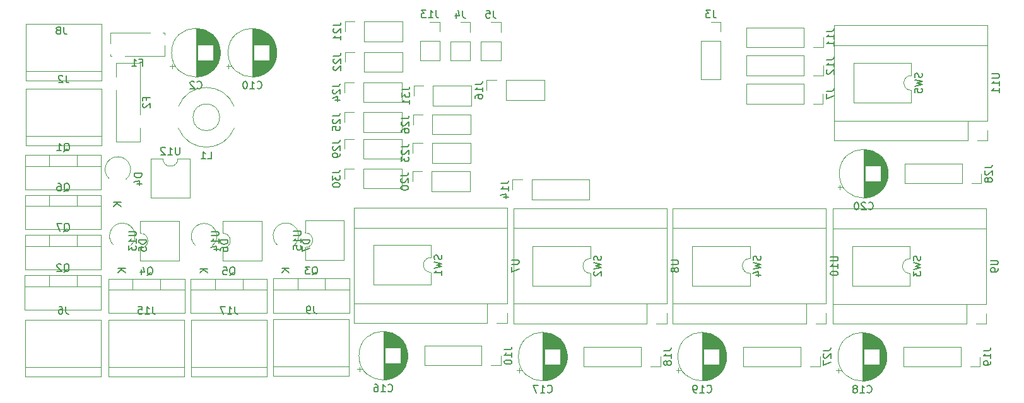
<source format=gbo>
G04 #@! TF.GenerationSoftware,KiCad,Pcbnew,(5.1.0)-1*
G04 #@! TF.CreationDate,2020-03-20T23:31:12+08:00*
G04 #@! TF.ProjectId,driver,64726976-6572-42e6-9b69-6361645f7063,rev?*
G04 #@! TF.SameCoordinates,Original*
G04 #@! TF.FileFunction,Legend,Bot*
G04 #@! TF.FilePolarity,Positive*
%FSLAX46Y46*%
G04 Gerber Fmt 4.6, Leading zero omitted, Abs format (unit mm)*
G04 Created by KiCad (PCBNEW (5.1.0)-1) date 2020-03-20 23:31:12*
%MOMM*%
%LPD*%
G04 APERTURE LIST*
%ADD10C,0.120000*%
%ADD11C,0.150000*%
G04 APERTURE END LIST*
D10*
X92618200Y-85256100D02*
X92618200Y-86766100D01*
X96319200Y-85256100D02*
X96319200Y-86766100D01*
X99589200Y-86766100D02*
X89349200Y-86766100D01*
X89349200Y-85256100D02*
X89349200Y-89897100D01*
X99589200Y-85256100D02*
X99589200Y-89897100D01*
X99589200Y-89897100D02*
X89349200Y-89897100D01*
X99589200Y-85256100D02*
X89349200Y-85256100D01*
X92618200Y-79884000D02*
X92618200Y-81394000D01*
X96319200Y-79884000D02*
X96319200Y-81394000D01*
X99589200Y-81394000D02*
X89349200Y-81394000D01*
X89349200Y-79884000D02*
X89349200Y-84525000D01*
X99589200Y-79884000D02*
X99589200Y-84525000D01*
X99589200Y-84525000D02*
X89349200Y-84525000D01*
X99589200Y-79884000D02*
X89349200Y-79884000D01*
X132861300Y-104261400D02*
X122701300Y-104261400D01*
X132861300Y-96641400D02*
X132861300Y-104261400D01*
X122701300Y-96641400D02*
X132861300Y-96641400D01*
X122701300Y-104261400D02*
X122701300Y-96641400D01*
X122701300Y-102991400D02*
X132861300Y-102991400D01*
X123197634Y-86615351D02*
G75*
G02X125465000Y-86674953I1167366J1251551D01*
G01*
X112212134Y-86678851D02*
G75*
G02X114479500Y-86738453I1167366J1251551D01*
G01*
X101252034Y-86640751D02*
G75*
G02X103519400Y-86700353I1167366J1251551D01*
G01*
X100655134Y-77712651D02*
G75*
G02X102922500Y-77772253I1167366J1251551D01*
G01*
X126959300Y-88623400D02*
X126959300Y-86973400D01*
X132159300Y-88623400D02*
X126959300Y-88623400D01*
X132159300Y-83323400D02*
X132159300Y-88623400D01*
X126959300Y-83323400D02*
X132159300Y-83323400D01*
X126959300Y-84973400D02*
X126959300Y-83323400D01*
X126959300Y-86973400D02*
G75*
G03X126959300Y-84973400I0J1000000D01*
G01*
X115897600Y-88686900D02*
X115897600Y-87036900D01*
X121097600Y-88686900D02*
X115897600Y-88686900D01*
X121097600Y-83386900D02*
X121097600Y-88686900D01*
X115897600Y-83386900D02*
X121097600Y-83386900D01*
X115897600Y-85036900D02*
X115897600Y-83386900D01*
X115897600Y-87036900D02*
G75*
G03X115897600Y-85036900I0J1000000D01*
G01*
X104835900Y-88686900D02*
X104835900Y-87036900D01*
X110035900Y-88686900D02*
X104835900Y-88686900D01*
X110035900Y-83386900D02*
X110035900Y-88686900D01*
X104835900Y-83386900D02*
X110035900Y-83386900D01*
X104835900Y-85036900D02*
X104835900Y-83386900D01*
X104835900Y-87036900D02*
G75*
G03X104835900Y-85036900I0J1000000D01*
G01*
X107871000Y-75029500D02*
G75*
G03X109871000Y-75029500I1000000J0D01*
G01*
X109871000Y-75029500D02*
X111521000Y-75029500D01*
X111521000Y-75029500D02*
X111521000Y-80229500D01*
X111521000Y-80229500D02*
X106221000Y-80229500D01*
X106221000Y-80229500D02*
X106221000Y-75029500D01*
X106221000Y-75029500D02*
X107871000Y-75029500D01*
X114868600Y-91148900D02*
X114868600Y-92658900D01*
X118569600Y-91148900D02*
X118569600Y-92658900D01*
X121839600Y-92658900D02*
X111599600Y-92658900D01*
X111599600Y-91148900D02*
X111599600Y-95789900D01*
X121839600Y-91148900D02*
X121839600Y-95789900D01*
X121839600Y-95789900D02*
X111599600Y-95789900D01*
X121839600Y-91148900D02*
X111599600Y-91148900D01*
X115564600Y-60751200D02*
G75*
G03X115564600Y-60751200I-3270000J0D01*
G01*
X112294600Y-63981200D02*
X112294600Y-57521200D01*
X112334600Y-63981200D02*
X112334600Y-57521200D01*
X112374600Y-63981200D02*
X112374600Y-57521200D01*
X112414600Y-63979200D02*
X112414600Y-57523200D01*
X112454600Y-63978200D02*
X112454600Y-57524200D01*
X112494600Y-63975200D02*
X112494600Y-57527200D01*
X112534600Y-63973200D02*
X112534600Y-61791200D01*
X112534600Y-59711200D02*
X112534600Y-57529200D01*
X112574600Y-63969200D02*
X112574600Y-61791200D01*
X112574600Y-59711200D02*
X112574600Y-57533200D01*
X112614600Y-63966200D02*
X112614600Y-61791200D01*
X112614600Y-59711200D02*
X112614600Y-57536200D01*
X112654600Y-63962200D02*
X112654600Y-61791200D01*
X112654600Y-59711200D02*
X112654600Y-57540200D01*
X112694600Y-63957200D02*
X112694600Y-61791200D01*
X112694600Y-59711200D02*
X112694600Y-57545200D01*
X112734600Y-63952200D02*
X112734600Y-61791200D01*
X112734600Y-59711200D02*
X112734600Y-57550200D01*
X112774600Y-63946200D02*
X112774600Y-61791200D01*
X112774600Y-59711200D02*
X112774600Y-57556200D01*
X112814600Y-63940200D02*
X112814600Y-61791200D01*
X112814600Y-59711200D02*
X112814600Y-57562200D01*
X112854600Y-63933200D02*
X112854600Y-61791200D01*
X112854600Y-59711200D02*
X112854600Y-57569200D01*
X112894600Y-63926200D02*
X112894600Y-61791200D01*
X112894600Y-59711200D02*
X112894600Y-57576200D01*
X112934600Y-63918200D02*
X112934600Y-61791200D01*
X112934600Y-59711200D02*
X112934600Y-57584200D01*
X112974600Y-63910200D02*
X112974600Y-61791200D01*
X112974600Y-59711200D02*
X112974600Y-57592200D01*
X113015600Y-63901200D02*
X113015600Y-61791200D01*
X113015600Y-59711200D02*
X113015600Y-57601200D01*
X113055600Y-63892200D02*
X113055600Y-61791200D01*
X113055600Y-59711200D02*
X113055600Y-57610200D01*
X113095600Y-63882200D02*
X113095600Y-61791200D01*
X113095600Y-59711200D02*
X113095600Y-57620200D01*
X113135600Y-63872200D02*
X113135600Y-61791200D01*
X113135600Y-59711200D02*
X113135600Y-57630200D01*
X113175600Y-63861200D02*
X113175600Y-61791200D01*
X113175600Y-59711200D02*
X113175600Y-57641200D01*
X113215600Y-63849200D02*
X113215600Y-61791200D01*
X113215600Y-59711200D02*
X113215600Y-57653200D01*
X113255600Y-63837200D02*
X113255600Y-61791200D01*
X113255600Y-59711200D02*
X113255600Y-57665200D01*
X113295600Y-63825200D02*
X113295600Y-61791200D01*
X113295600Y-59711200D02*
X113295600Y-57677200D01*
X113335600Y-63812200D02*
X113335600Y-61791200D01*
X113335600Y-59711200D02*
X113335600Y-57690200D01*
X113375600Y-63798200D02*
X113375600Y-61791200D01*
X113375600Y-59711200D02*
X113375600Y-57704200D01*
X113415600Y-63784200D02*
X113415600Y-61791200D01*
X113415600Y-59711200D02*
X113415600Y-57718200D01*
X113455600Y-63769200D02*
X113455600Y-61791200D01*
X113455600Y-59711200D02*
X113455600Y-57733200D01*
X113495600Y-63753200D02*
X113495600Y-61791200D01*
X113495600Y-59711200D02*
X113495600Y-57749200D01*
X113535600Y-63737200D02*
X113535600Y-61791200D01*
X113535600Y-59711200D02*
X113535600Y-57765200D01*
X113575600Y-63721200D02*
X113575600Y-61791200D01*
X113575600Y-59711200D02*
X113575600Y-57781200D01*
X113615600Y-63703200D02*
X113615600Y-61791200D01*
X113615600Y-59711200D02*
X113615600Y-57799200D01*
X113655600Y-63685200D02*
X113655600Y-61791200D01*
X113655600Y-59711200D02*
X113655600Y-57817200D01*
X113695600Y-63667200D02*
X113695600Y-61791200D01*
X113695600Y-59711200D02*
X113695600Y-57835200D01*
X113735600Y-63647200D02*
X113735600Y-61791200D01*
X113735600Y-59711200D02*
X113735600Y-57855200D01*
X113775600Y-63627200D02*
X113775600Y-61791200D01*
X113775600Y-59711200D02*
X113775600Y-57875200D01*
X113815600Y-63607200D02*
X113815600Y-61791200D01*
X113815600Y-59711200D02*
X113815600Y-57895200D01*
X113855600Y-63585200D02*
X113855600Y-61791200D01*
X113855600Y-59711200D02*
X113855600Y-57917200D01*
X113895600Y-63563200D02*
X113895600Y-61791200D01*
X113895600Y-59711200D02*
X113895600Y-57939200D01*
X113935600Y-63541200D02*
X113935600Y-61791200D01*
X113935600Y-59711200D02*
X113935600Y-57961200D01*
X113975600Y-63517200D02*
X113975600Y-61791200D01*
X113975600Y-59711200D02*
X113975600Y-57985200D01*
X114015600Y-63493200D02*
X114015600Y-61791200D01*
X114015600Y-59711200D02*
X114015600Y-58009200D01*
X114055600Y-63467200D02*
X114055600Y-61791200D01*
X114055600Y-59711200D02*
X114055600Y-58035200D01*
X114095600Y-63441200D02*
X114095600Y-61791200D01*
X114095600Y-59711200D02*
X114095600Y-58061200D01*
X114135600Y-63415200D02*
X114135600Y-61791200D01*
X114135600Y-59711200D02*
X114135600Y-58087200D01*
X114175600Y-63387200D02*
X114175600Y-61791200D01*
X114175600Y-59711200D02*
X114175600Y-58115200D01*
X114215600Y-63358200D02*
X114215600Y-61791200D01*
X114215600Y-59711200D02*
X114215600Y-58144200D01*
X114255600Y-63329200D02*
X114255600Y-61791200D01*
X114255600Y-59711200D02*
X114255600Y-58173200D01*
X114295600Y-63299200D02*
X114295600Y-61791200D01*
X114295600Y-59711200D02*
X114295600Y-58203200D01*
X114335600Y-63267200D02*
X114335600Y-61791200D01*
X114335600Y-59711200D02*
X114335600Y-58235200D01*
X114375600Y-63235200D02*
X114375600Y-61791200D01*
X114375600Y-59711200D02*
X114375600Y-58267200D01*
X114415600Y-63201200D02*
X114415600Y-61791200D01*
X114415600Y-59711200D02*
X114415600Y-58301200D01*
X114455600Y-63167200D02*
X114455600Y-61791200D01*
X114455600Y-59711200D02*
X114455600Y-58335200D01*
X114495600Y-63131200D02*
X114495600Y-61791200D01*
X114495600Y-59711200D02*
X114495600Y-58371200D01*
X114535600Y-63094200D02*
X114535600Y-61791200D01*
X114535600Y-59711200D02*
X114535600Y-58408200D01*
X114575600Y-63056200D02*
X114575600Y-61791200D01*
X114575600Y-59711200D02*
X114575600Y-58446200D01*
X114615600Y-63016200D02*
X114615600Y-58486200D01*
X114655600Y-62975200D02*
X114655600Y-58527200D01*
X114695600Y-62933200D02*
X114695600Y-58569200D01*
X114735600Y-62888200D02*
X114735600Y-58614200D01*
X114775600Y-62843200D02*
X114775600Y-58659200D01*
X114815600Y-62795200D02*
X114815600Y-58707200D01*
X114855600Y-62746200D02*
X114855600Y-58756200D01*
X114895600Y-62695200D02*
X114895600Y-58807200D01*
X114935600Y-62641200D02*
X114935600Y-58861200D01*
X114975600Y-62585200D02*
X114975600Y-58917200D01*
X115015600Y-62527200D02*
X115015600Y-58975200D01*
X115055600Y-62465200D02*
X115055600Y-59037200D01*
X115095600Y-62401200D02*
X115095600Y-59101200D01*
X115135600Y-62332200D02*
X115135600Y-59170200D01*
X115175600Y-62260200D02*
X115175600Y-59242200D01*
X115215600Y-62183200D02*
X115215600Y-59319200D01*
X115255600Y-62101200D02*
X115255600Y-59401200D01*
X115295600Y-62013200D02*
X115295600Y-59489200D01*
X115335600Y-61916200D02*
X115335600Y-59586200D01*
X115375600Y-61810200D02*
X115375600Y-59692200D01*
X115415600Y-61691200D02*
X115415600Y-59811200D01*
X115455600Y-61553200D02*
X115455600Y-59949200D01*
X115495600Y-61384200D02*
X115495600Y-60118200D01*
X115535600Y-61153200D02*
X115535600Y-60349200D01*
X108794359Y-62590200D02*
X109424359Y-62590200D01*
X109109359Y-62905200D02*
X109109359Y-62275200D01*
X123144600Y-60751200D02*
G75*
G03X123144600Y-60751200I-3270000J0D01*
G01*
X119874600Y-63981200D02*
X119874600Y-57521200D01*
X119914600Y-63981200D02*
X119914600Y-57521200D01*
X119954600Y-63981200D02*
X119954600Y-57521200D01*
X119994600Y-63979200D02*
X119994600Y-57523200D01*
X120034600Y-63978200D02*
X120034600Y-57524200D01*
X120074600Y-63975200D02*
X120074600Y-57527200D01*
X120114600Y-63973200D02*
X120114600Y-61791200D01*
X120114600Y-59711200D02*
X120114600Y-57529200D01*
X120154600Y-63969200D02*
X120154600Y-61791200D01*
X120154600Y-59711200D02*
X120154600Y-57533200D01*
X120194600Y-63966200D02*
X120194600Y-61791200D01*
X120194600Y-59711200D02*
X120194600Y-57536200D01*
X120234600Y-63962200D02*
X120234600Y-61791200D01*
X120234600Y-59711200D02*
X120234600Y-57540200D01*
X120274600Y-63957200D02*
X120274600Y-61791200D01*
X120274600Y-59711200D02*
X120274600Y-57545200D01*
X120314600Y-63952200D02*
X120314600Y-61791200D01*
X120314600Y-59711200D02*
X120314600Y-57550200D01*
X120354600Y-63946200D02*
X120354600Y-61791200D01*
X120354600Y-59711200D02*
X120354600Y-57556200D01*
X120394600Y-63940200D02*
X120394600Y-61791200D01*
X120394600Y-59711200D02*
X120394600Y-57562200D01*
X120434600Y-63933200D02*
X120434600Y-61791200D01*
X120434600Y-59711200D02*
X120434600Y-57569200D01*
X120474600Y-63926200D02*
X120474600Y-61791200D01*
X120474600Y-59711200D02*
X120474600Y-57576200D01*
X120514600Y-63918200D02*
X120514600Y-61791200D01*
X120514600Y-59711200D02*
X120514600Y-57584200D01*
X120554600Y-63910200D02*
X120554600Y-61791200D01*
X120554600Y-59711200D02*
X120554600Y-57592200D01*
X120595600Y-63901200D02*
X120595600Y-61791200D01*
X120595600Y-59711200D02*
X120595600Y-57601200D01*
X120635600Y-63892200D02*
X120635600Y-61791200D01*
X120635600Y-59711200D02*
X120635600Y-57610200D01*
X120675600Y-63882200D02*
X120675600Y-61791200D01*
X120675600Y-59711200D02*
X120675600Y-57620200D01*
X120715600Y-63872200D02*
X120715600Y-61791200D01*
X120715600Y-59711200D02*
X120715600Y-57630200D01*
X120755600Y-63861200D02*
X120755600Y-61791200D01*
X120755600Y-59711200D02*
X120755600Y-57641200D01*
X120795600Y-63849200D02*
X120795600Y-61791200D01*
X120795600Y-59711200D02*
X120795600Y-57653200D01*
X120835600Y-63837200D02*
X120835600Y-61791200D01*
X120835600Y-59711200D02*
X120835600Y-57665200D01*
X120875600Y-63825200D02*
X120875600Y-61791200D01*
X120875600Y-59711200D02*
X120875600Y-57677200D01*
X120915600Y-63812200D02*
X120915600Y-61791200D01*
X120915600Y-59711200D02*
X120915600Y-57690200D01*
X120955600Y-63798200D02*
X120955600Y-61791200D01*
X120955600Y-59711200D02*
X120955600Y-57704200D01*
X120995600Y-63784200D02*
X120995600Y-61791200D01*
X120995600Y-59711200D02*
X120995600Y-57718200D01*
X121035600Y-63769200D02*
X121035600Y-61791200D01*
X121035600Y-59711200D02*
X121035600Y-57733200D01*
X121075600Y-63753200D02*
X121075600Y-61791200D01*
X121075600Y-59711200D02*
X121075600Y-57749200D01*
X121115600Y-63737200D02*
X121115600Y-61791200D01*
X121115600Y-59711200D02*
X121115600Y-57765200D01*
X121155600Y-63721200D02*
X121155600Y-61791200D01*
X121155600Y-59711200D02*
X121155600Y-57781200D01*
X121195600Y-63703200D02*
X121195600Y-61791200D01*
X121195600Y-59711200D02*
X121195600Y-57799200D01*
X121235600Y-63685200D02*
X121235600Y-61791200D01*
X121235600Y-59711200D02*
X121235600Y-57817200D01*
X121275600Y-63667200D02*
X121275600Y-61791200D01*
X121275600Y-59711200D02*
X121275600Y-57835200D01*
X121315600Y-63647200D02*
X121315600Y-61791200D01*
X121315600Y-59711200D02*
X121315600Y-57855200D01*
X121355600Y-63627200D02*
X121355600Y-61791200D01*
X121355600Y-59711200D02*
X121355600Y-57875200D01*
X121395600Y-63607200D02*
X121395600Y-61791200D01*
X121395600Y-59711200D02*
X121395600Y-57895200D01*
X121435600Y-63585200D02*
X121435600Y-61791200D01*
X121435600Y-59711200D02*
X121435600Y-57917200D01*
X121475600Y-63563200D02*
X121475600Y-61791200D01*
X121475600Y-59711200D02*
X121475600Y-57939200D01*
X121515600Y-63541200D02*
X121515600Y-61791200D01*
X121515600Y-59711200D02*
X121515600Y-57961200D01*
X121555600Y-63517200D02*
X121555600Y-61791200D01*
X121555600Y-59711200D02*
X121555600Y-57985200D01*
X121595600Y-63493200D02*
X121595600Y-61791200D01*
X121595600Y-59711200D02*
X121595600Y-58009200D01*
X121635600Y-63467200D02*
X121635600Y-61791200D01*
X121635600Y-59711200D02*
X121635600Y-58035200D01*
X121675600Y-63441200D02*
X121675600Y-61791200D01*
X121675600Y-59711200D02*
X121675600Y-58061200D01*
X121715600Y-63415200D02*
X121715600Y-61791200D01*
X121715600Y-59711200D02*
X121715600Y-58087200D01*
X121755600Y-63387200D02*
X121755600Y-61791200D01*
X121755600Y-59711200D02*
X121755600Y-58115200D01*
X121795600Y-63358200D02*
X121795600Y-61791200D01*
X121795600Y-59711200D02*
X121795600Y-58144200D01*
X121835600Y-63329200D02*
X121835600Y-61791200D01*
X121835600Y-59711200D02*
X121835600Y-58173200D01*
X121875600Y-63299200D02*
X121875600Y-61791200D01*
X121875600Y-59711200D02*
X121875600Y-58203200D01*
X121915600Y-63267200D02*
X121915600Y-61791200D01*
X121915600Y-59711200D02*
X121915600Y-58235200D01*
X121955600Y-63235200D02*
X121955600Y-61791200D01*
X121955600Y-59711200D02*
X121955600Y-58267200D01*
X121995600Y-63201200D02*
X121995600Y-61791200D01*
X121995600Y-59711200D02*
X121995600Y-58301200D01*
X122035600Y-63167200D02*
X122035600Y-61791200D01*
X122035600Y-59711200D02*
X122035600Y-58335200D01*
X122075600Y-63131200D02*
X122075600Y-61791200D01*
X122075600Y-59711200D02*
X122075600Y-58371200D01*
X122115600Y-63094200D02*
X122115600Y-61791200D01*
X122115600Y-59711200D02*
X122115600Y-58408200D01*
X122155600Y-63056200D02*
X122155600Y-61791200D01*
X122155600Y-59711200D02*
X122155600Y-58446200D01*
X122195600Y-63016200D02*
X122195600Y-58486200D01*
X122235600Y-62975200D02*
X122235600Y-58527200D01*
X122275600Y-62933200D02*
X122275600Y-58569200D01*
X122315600Y-62888200D02*
X122315600Y-58614200D01*
X122355600Y-62843200D02*
X122355600Y-58659200D01*
X122395600Y-62795200D02*
X122395600Y-58707200D01*
X122435600Y-62746200D02*
X122435600Y-58756200D01*
X122475600Y-62695200D02*
X122475600Y-58807200D01*
X122515600Y-62641200D02*
X122515600Y-58861200D01*
X122555600Y-62585200D02*
X122555600Y-58917200D01*
X122595600Y-62527200D02*
X122595600Y-58975200D01*
X122635600Y-62465200D02*
X122635600Y-59037200D01*
X122675600Y-62401200D02*
X122675600Y-59101200D01*
X122715600Y-62332200D02*
X122715600Y-59170200D01*
X122755600Y-62260200D02*
X122755600Y-59242200D01*
X122795600Y-62183200D02*
X122795600Y-59319200D01*
X122835600Y-62101200D02*
X122835600Y-59401200D01*
X122875600Y-62013200D02*
X122875600Y-59489200D01*
X122915600Y-61916200D02*
X122915600Y-59586200D01*
X122955600Y-61810200D02*
X122955600Y-59692200D01*
X122995600Y-61691200D02*
X122995600Y-59811200D01*
X123035600Y-61553200D02*
X123035600Y-59949200D01*
X123075600Y-61384200D02*
X123075600Y-60118200D01*
X123115600Y-61153200D02*
X123115600Y-60349200D01*
X116374359Y-62590200D02*
X117004359Y-62590200D01*
X116689359Y-62905200D02*
X116689359Y-62275200D01*
X134255359Y-103646800D02*
X134255359Y-103016800D01*
X133940359Y-103331800D02*
X134570359Y-103331800D01*
X140681600Y-101894800D02*
X140681600Y-101090800D01*
X140641600Y-102125800D02*
X140641600Y-100859800D01*
X140601600Y-102294800D02*
X140601600Y-100690800D01*
X140561600Y-102432800D02*
X140561600Y-100552800D01*
X140521600Y-102551800D02*
X140521600Y-100433800D01*
X140481600Y-102657800D02*
X140481600Y-100327800D01*
X140441600Y-102754800D02*
X140441600Y-100230800D01*
X140401600Y-102842800D02*
X140401600Y-100142800D01*
X140361600Y-102924800D02*
X140361600Y-100060800D01*
X140321600Y-103001800D02*
X140321600Y-99983800D01*
X140281600Y-103073800D02*
X140281600Y-99911800D01*
X140241600Y-103142800D02*
X140241600Y-99842800D01*
X140201600Y-103206800D02*
X140201600Y-99778800D01*
X140161600Y-103268800D02*
X140161600Y-99716800D01*
X140121600Y-103326800D02*
X140121600Y-99658800D01*
X140081600Y-103382800D02*
X140081600Y-99602800D01*
X140041600Y-103436800D02*
X140041600Y-99548800D01*
X140001600Y-103487800D02*
X140001600Y-99497800D01*
X139961600Y-103536800D02*
X139961600Y-99448800D01*
X139921600Y-103584800D02*
X139921600Y-99400800D01*
X139881600Y-103629800D02*
X139881600Y-99355800D01*
X139841600Y-103674800D02*
X139841600Y-99310800D01*
X139801600Y-103716800D02*
X139801600Y-99268800D01*
X139761600Y-103757800D02*
X139761600Y-99227800D01*
X139721600Y-100452800D02*
X139721600Y-99187800D01*
X139721600Y-103797800D02*
X139721600Y-102532800D01*
X139681600Y-100452800D02*
X139681600Y-99149800D01*
X139681600Y-103835800D02*
X139681600Y-102532800D01*
X139641600Y-100452800D02*
X139641600Y-99112800D01*
X139641600Y-103872800D02*
X139641600Y-102532800D01*
X139601600Y-100452800D02*
X139601600Y-99076800D01*
X139601600Y-103908800D02*
X139601600Y-102532800D01*
X139561600Y-100452800D02*
X139561600Y-99042800D01*
X139561600Y-103942800D02*
X139561600Y-102532800D01*
X139521600Y-100452800D02*
X139521600Y-99008800D01*
X139521600Y-103976800D02*
X139521600Y-102532800D01*
X139481600Y-100452800D02*
X139481600Y-98976800D01*
X139481600Y-104008800D02*
X139481600Y-102532800D01*
X139441600Y-100452800D02*
X139441600Y-98944800D01*
X139441600Y-104040800D02*
X139441600Y-102532800D01*
X139401600Y-100452800D02*
X139401600Y-98914800D01*
X139401600Y-104070800D02*
X139401600Y-102532800D01*
X139361600Y-100452800D02*
X139361600Y-98885800D01*
X139361600Y-104099800D02*
X139361600Y-102532800D01*
X139321600Y-100452800D02*
X139321600Y-98856800D01*
X139321600Y-104128800D02*
X139321600Y-102532800D01*
X139281600Y-100452800D02*
X139281600Y-98828800D01*
X139281600Y-104156800D02*
X139281600Y-102532800D01*
X139241600Y-100452800D02*
X139241600Y-98802800D01*
X139241600Y-104182800D02*
X139241600Y-102532800D01*
X139201600Y-100452800D02*
X139201600Y-98776800D01*
X139201600Y-104208800D02*
X139201600Y-102532800D01*
X139161600Y-100452800D02*
X139161600Y-98750800D01*
X139161600Y-104234800D02*
X139161600Y-102532800D01*
X139121600Y-100452800D02*
X139121600Y-98726800D01*
X139121600Y-104258800D02*
X139121600Y-102532800D01*
X139081600Y-100452800D02*
X139081600Y-98702800D01*
X139081600Y-104282800D02*
X139081600Y-102532800D01*
X139041600Y-100452800D02*
X139041600Y-98680800D01*
X139041600Y-104304800D02*
X139041600Y-102532800D01*
X139001600Y-100452800D02*
X139001600Y-98658800D01*
X139001600Y-104326800D02*
X139001600Y-102532800D01*
X138961600Y-100452800D02*
X138961600Y-98636800D01*
X138961600Y-104348800D02*
X138961600Y-102532800D01*
X138921600Y-100452800D02*
X138921600Y-98616800D01*
X138921600Y-104368800D02*
X138921600Y-102532800D01*
X138881600Y-100452800D02*
X138881600Y-98596800D01*
X138881600Y-104388800D02*
X138881600Y-102532800D01*
X138841600Y-100452800D02*
X138841600Y-98576800D01*
X138841600Y-104408800D02*
X138841600Y-102532800D01*
X138801600Y-100452800D02*
X138801600Y-98558800D01*
X138801600Y-104426800D02*
X138801600Y-102532800D01*
X138761600Y-100452800D02*
X138761600Y-98540800D01*
X138761600Y-104444800D02*
X138761600Y-102532800D01*
X138721600Y-100452800D02*
X138721600Y-98522800D01*
X138721600Y-104462800D02*
X138721600Y-102532800D01*
X138681600Y-100452800D02*
X138681600Y-98506800D01*
X138681600Y-104478800D02*
X138681600Y-102532800D01*
X138641600Y-100452800D02*
X138641600Y-98490800D01*
X138641600Y-104494800D02*
X138641600Y-102532800D01*
X138601600Y-100452800D02*
X138601600Y-98474800D01*
X138601600Y-104510800D02*
X138601600Y-102532800D01*
X138561600Y-100452800D02*
X138561600Y-98459800D01*
X138561600Y-104525800D02*
X138561600Y-102532800D01*
X138521600Y-100452800D02*
X138521600Y-98445800D01*
X138521600Y-104539800D02*
X138521600Y-102532800D01*
X138481600Y-100452800D02*
X138481600Y-98431800D01*
X138481600Y-104553800D02*
X138481600Y-102532800D01*
X138441600Y-100452800D02*
X138441600Y-98418800D01*
X138441600Y-104566800D02*
X138441600Y-102532800D01*
X138401600Y-100452800D02*
X138401600Y-98406800D01*
X138401600Y-104578800D02*
X138401600Y-102532800D01*
X138361600Y-100452800D02*
X138361600Y-98394800D01*
X138361600Y-104590800D02*
X138361600Y-102532800D01*
X138321600Y-100452800D02*
X138321600Y-98382800D01*
X138321600Y-104602800D02*
X138321600Y-102532800D01*
X138281600Y-100452800D02*
X138281600Y-98371800D01*
X138281600Y-104613800D02*
X138281600Y-102532800D01*
X138241600Y-100452800D02*
X138241600Y-98361800D01*
X138241600Y-104623800D02*
X138241600Y-102532800D01*
X138201600Y-100452800D02*
X138201600Y-98351800D01*
X138201600Y-104633800D02*
X138201600Y-102532800D01*
X138161600Y-100452800D02*
X138161600Y-98342800D01*
X138161600Y-104642800D02*
X138161600Y-102532800D01*
X138120600Y-100452800D02*
X138120600Y-98333800D01*
X138120600Y-104651800D02*
X138120600Y-102532800D01*
X138080600Y-100452800D02*
X138080600Y-98325800D01*
X138080600Y-104659800D02*
X138080600Y-102532800D01*
X138040600Y-100452800D02*
X138040600Y-98317800D01*
X138040600Y-104667800D02*
X138040600Y-102532800D01*
X138000600Y-100452800D02*
X138000600Y-98310800D01*
X138000600Y-104674800D02*
X138000600Y-102532800D01*
X137960600Y-100452800D02*
X137960600Y-98303800D01*
X137960600Y-104681800D02*
X137960600Y-102532800D01*
X137920600Y-100452800D02*
X137920600Y-98297800D01*
X137920600Y-104687800D02*
X137920600Y-102532800D01*
X137880600Y-100452800D02*
X137880600Y-98291800D01*
X137880600Y-104693800D02*
X137880600Y-102532800D01*
X137840600Y-100452800D02*
X137840600Y-98286800D01*
X137840600Y-104698800D02*
X137840600Y-102532800D01*
X137800600Y-100452800D02*
X137800600Y-98281800D01*
X137800600Y-104703800D02*
X137800600Y-102532800D01*
X137760600Y-100452800D02*
X137760600Y-98277800D01*
X137760600Y-104707800D02*
X137760600Y-102532800D01*
X137720600Y-100452800D02*
X137720600Y-98274800D01*
X137720600Y-104710800D02*
X137720600Y-102532800D01*
X137680600Y-100452800D02*
X137680600Y-98270800D01*
X137680600Y-104714800D02*
X137680600Y-102532800D01*
X137640600Y-104716800D02*
X137640600Y-98268800D01*
X137600600Y-104719800D02*
X137600600Y-98265800D01*
X137560600Y-104720800D02*
X137560600Y-98264800D01*
X137520600Y-104722800D02*
X137520600Y-98262800D01*
X137480600Y-104722800D02*
X137480600Y-98262800D01*
X137440600Y-104722800D02*
X137440600Y-98262800D01*
X140710600Y-101492800D02*
G75*
G03X140710600Y-101492800I-3270000J0D01*
G01*
X162110100Y-101619800D02*
G75*
G03X162110100Y-101619800I-3270000J0D01*
G01*
X158840100Y-104849800D02*
X158840100Y-98389800D01*
X158880100Y-104849800D02*
X158880100Y-98389800D01*
X158920100Y-104849800D02*
X158920100Y-98389800D01*
X158960100Y-104847800D02*
X158960100Y-98391800D01*
X159000100Y-104846800D02*
X159000100Y-98392800D01*
X159040100Y-104843800D02*
X159040100Y-98395800D01*
X159080100Y-104841800D02*
X159080100Y-102659800D01*
X159080100Y-100579800D02*
X159080100Y-98397800D01*
X159120100Y-104837800D02*
X159120100Y-102659800D01*
X159120100Y-100579800D02*
X159120100Y-98401800D01*
X159160100Y-104834800D02*
X159160100Y-102659800D01*
X159160100Y-100579800D02*
X159160100Y-98404800D01*
X159200100Y-104830800D02*
X159200100Y-102659800D01*
X159200100Y-100579800D02*
X159200100Y-98408800D01*
X159240100Y-104825800D02*
X159240100Y-102659800D01*
X159240100Y-100579800D02*
X159240100Y-98413800D01*
X159280100Y-104820800D02*
X159280100Y-102659800D01*
X159280100Y-100579800D02*
X159280100Y-98418800D01*
X159320100Y-104814800D02*
X159320100Y-102659800D01*
X159320100Y-100579800D02*
X159320100Y-98424800D01*
X159360100Y-104808800D02*
X159360100Y-102659800D01*
X159360100Y-100579800D02*
X159360100Y-98430800D01*
X159400100Y-104801800D02*
X159400100Y-102659800D01*
X159400100Y-100579800D02*
X159400100Y-98437800D01*
X159440100Y-104794800D02*
X159440100Y-102659800D01*
X159440100Y-100579800D02*
X159440100Y-98444800D01*
X159480100Y-104786800D02*
X159480100Y-102659800D01*
X159480100Y-100579800D02*
X159480100Y-98452800D01*
X159520100Y-104778800D02*
X159520100Y-102659800D01*
X159520100Y-100579800D02*
X159520100Y-98460800D01*
X159561100Y-104769800D02*
X159561100Y-102659800D01*
X159561100Y-100579800D02*
X159561100Y-98469800D01*
X159601100Y-104760800D02*
X159601100Y-102659800D01*
X159601100Y-100579800D02*
X159601100Y-98478800D01*
X159641100Y-104750800D02*
X159641100Y-102659800D01*
X159641100Y-100579800D02*
X159641100Y-98488800D01*
X159681100Y-104740800D02*
X159681100Y-102659800D01*
X159681100Y-100579800D02*
X159681100Y-98498800D01*
X159721100Y-104729800D02*
X159721100Y-102659800D01*
X159721100Y-100579800D02*
X159721100Y-98509800D01*
X159761100Y-104717800D02*
X159761100Y-102659800D01*
X159761100Y-100579800D02*
X159761100Y-98521800D01*
X159801100Y-104705800D02*
X159801100Y-102659800D01*
X159801100Y-100579800D02*
X159801100Y-98533800D01*
X159841100Y-104693800D02*
X159841100Y-102659800D01*
X159841100Y-100579800D02*
X159841100Y-98545800D01*
X159881100Y-104680800D02*
X159881100Y-102659800D01*
X159881100Y-100579800D02*
X159881100Y-98558800D01*
X159921100Y-104666800D02*
X159921100Y-102659800D01*
X159921100Y-100579800D02*
X159921100Y-98572800D01*
X159961100Y-104652800D02*
X159961100Y-102659800D01*
X159961100Y-100579800D02*
X159961100Y-98586800D01*
X160001100Y-104637800D02*
X160001100Y-102659800D01*
X160001100Y-100579800D02*
X160001100Y-98601800D01*
X160041100Y-104621800D02*
X160041100Y-102659800D01*
X160041100Y-100579800D02*
X160041100Y-98617800D01*
X160081100Y-104605800D02*
X160081100Y-102659800D01*
X160081100Y-100579800D02*
X160081100Y-98633800D01*
X160121100Y-104589800D02*
X160121100Y-102659800D01*
X160121100Y-100579800D02*
X160121100Y-98649800D01*
X160161100Y-104571800D02*
X160161100Y-102659800D01*
X160161100Y-100579800D02*
X160161100Y-98667800D01*
X160201100Y-104553800D02*
X160201100Y-102659800D01*
X160201100Y-100579800D02*
X160201100Y-98685800D01*
X160241100Y-104535800D02*
X160241100Y-102659800D01*
X160241100Y-100579800D02*
X160241100Y-98703800D01*
X160281100Y-104515800D02*
X160281100Y-102659800D01*
X160281100Y-100579800D02*
X160281100Y-98723800D01*
X160321100Y-104495800D02*
X160321100Y-102659800D01*
X160321100Y-100579800D02*
X160321100Y-98743800D01*
X160361100Y-104475800D02*
X160361100Y-102659800D01*
X160361100Y-100579800D02*
X160361100Y-98763800D01*
X160401100Y-104453800D02*
X160401100Y-102659800D01*
X160401100Y-100579800D02*
X160401100Y-98785800D01*
X160441100Y-104431800D02*
X160441100Y-102659800D01*
X160441100Y-100579800D02*
X160441100Y-98807800D01*
X160481100Y-104409800D02*
X160481100Y-102659800D01*
X160481100Y-100579800D02*
X160481100Y-98829800D01*
X160521100Y-104385800D02*
X160521100Y-102659800D01*
X160521100Y-100579800D02*
X160521100Y-98853800D01*
X160561100Y-104361800D02*
X160561100Y-102659800D01*
X160561100Y-100579800D02*
X160561100Y-98877800D01*
X160601100Y-104335800D02*
X160601100Y-102659800D01*
X160601100Y-100579800D02*
X160601100Y-98903800D01*
X160641100Y-104309800D02*
X160641100Y-102659800D01*
X160641100Y-100579800D02*
X160641100Y-98929800D01*
X160681100Y-104283800D02*
X160681100Y-102659800D01*
X160681100Y-100579800D02*
X160681100Y-98955800D01*
X160721100Y-104255800D02*
X160721100Y-102659800D01*
X160721100Y-100579800D02*
X160721100Y-98983800D01*
X160761100Y-104226800D02*
X160761100Y-102659800D01*
X160761100Y-100579800D02*
X160761100Y-99012800D01*
X160801100Y-104197800D02*
X160801100Y-102659800D01*
X160801100Y-100579800D02*
X160801100Y-99041800D01*
X160841100Y-104167800D02*
X160841100Y-102659800D01*
X160841100Y-100579800D02*
X160841100Y-99071800D01*
X160881100Y-104135800D02*
X160881100Y-102659800D01*
X160881100Y-100579800D02*
X160881100Y-99103800D01*
X160921100Y-104103800D02*
X160921100Y-102659800D01*
X160921100Y-100579800D02*
X160921100Y-99135800D01*
X160961100Y-104069800D02*
X160961100Y-102659800D01*
X160961100Y-100579800D02*
X160961100Y-99169800D01*
X161001100Y-104035800D02*
X161001100Y-102659800D01*
X161001100Y-100579800D02*
X161001100Y-99203800D01*
X161041100Y-103999800D02*
X161041100Y-102659800D01*
X161041100Y-100579800D02*
X161041100Y-99239800D01*
X161081100Y-103962800D02*
X161081100Y-102659800D01*
X161081100Y-100579800D02*
X161081100Y-99276800D01*
X161121100Y-103924800D02*
X161121100Y-102659800D01*
X161121100Y-100579800D02*
X161121100Y-99314800D01*
X161161100Y-103884800D02*
X161161100Y-99354800D01*
X161201100Y-103843800D02*
X161201100Y-99395800D01*
X161241100Y-103801800D02*
X161241100Y-99437800D01*
X161281100Y-103756800D02*
X161281100Y-99482800D01*
X161321100Y-103711800D02*
X161321100Y-99527800D01*
X161361100Y-103663800D02*
X161361100Y-99575800D01*
X161401100Y-103614800D02*
X161401100Y-99624800D01*
X161441100Y-103563800D02*
X161441100Y-99675800D01*
X161481100Y-103509800D02*
X161481100Y-99729800D01*
X161521100Y-103453800D02*
X161521100Y-99785800D01*
X161561100Y-103395800D02*
X161561100Y-99843800D01*
X161601100Y-103333800D02*
X161601100Y-99905800D01*
X161641100Y-103269800D02*
X161641100Y-99969800D01*
X161681100Y-103200800D02*
X161681100Y-100038800D01*
X161721100Y-103128800D02*
X161721100Y-100110800D01*
X161761100Y-103051800D02*
X161761100Y-100187800D01*
X161801100Y-102969800D02*
X161801100Y-100269800D01*
X161841100Y-102881800D02*
X161841100Y-100357800D01*
X161881100Y-102784800D02*
X161881100Y-100454800D01*
X161921100Y-102678800D02*
X161921100Y-100560800D01*
X161961100Y-102559800D02*
X161961100Y-100679800D01*
X162001100Y-102421800D02*
X162001100Y-100817800D01*
X162041100Y-102252800D02*
X162041100Y-100986800D01*
X162081100Y-102021800D02*
X162081100Y-101217800D01*
X155339859Y-103458800D02*
X155969859Y-103458800D01*
X155654859Y-103773800D02*
X155654859Y-103143800D01*
X198542759Y-103799200D02*
X198542759Y-103169200D01*
X198227759Y-103484200D02*
X198857759Y-103484200D01*
X204969000Y-102047200D02*
X204969000Y-101243200D01*
X204929000Y-102278200D02*
X204929000Y-101012200D01*
X204889000Y-102447200D02*
X204889000Y-100843200D01*
X204849000Y-102585200D02*
X204849000Y-100705200D01*
X204809000Y-102704200D02*
X204809000Y-100586200D01*
X204769000Y-102810200D02*
X204769000Y-100480200D01*
X204729000Y-102907200D02*
X204729000Y-100383200D01*
X204689000Y-102995200D02*
X204689000Y-100295200D01*
X204649000Y-103077200D02*
X204649000Y-100213200D01*
X204609000Y-103154200D02*
X204609000Y-100136200D01*
X204569000Y-103226200D02*
X204569000Y-100064200D01*
X204529000Y-103295200D02*
X204529000Y-99995200D01*
X204489000Y-103359200D02*
X204489000Y-99931200D01*
X204449000Y-103421200D02*
X204449000Y-99869200D01*
X204409000Y-103479200D02*
X204409000Y-99811200D01*
X204369000Y-103535200D02*
X204369000Y-99755200D01*
X204329000Y-103589200D02*
X204329000Y-99701200D01*
X204289000Y-103640200D02*
X204289000Y-99650200D01*
X204249000Y-103689200D02*
X204249000Y-99601200D01*
X204209000Y-103737200D02*
X204209000Y-99553200D01*
X204169000Y-103782200D02*
X204169000Y-99508200D01*
X204129000Y-103827200D02*
X204129000Y-99463200D01*
X204089000Y-103869200D02*
X204089000Y-99421200D01*
X204049000Y-103910200D02*
X204049000Y-99380200D01*
X204009000Y-100605200D02*
X204009000Y-99340200D01*
X204009000Y-103950200D02*
X204009000Y-102685200D01*
X203969000Y-100605200D02*
X203969000Y-99302200D01*
X203969000Y-103988200D02*
X203969000Y-102685200D01*
X203929000Y-100605200D02*
X203929000Y-99265200D01*
X203929000Y-104025200D02*
X203929000Y-102685200D01*
X203889000Y-100605200D02*
X203889000Y-99229200D01*
X203889000Y-104061200D02*
X203889000Y-102685200D01*
X203849000Y-100605200D02*
X203849000Y-99195200D01*
X203849000Y-104095200D02*
X203849000Y-102685200D01*
X203809000Y-100605200D02*
X203809000Y-99161200D01*
X203809000Y-104129200D02*
X203809000Y-102685200D01*
X203769000Y-100605200D02*
X203769000Y-99129200D01*
X203769000Y-104161200D02*
X203769000Y-102685200D01*
X203729000Y-100605200D02*
X203729000Y-99097200D01*
X203729000Y-104193200D02*
X203729000Y-102685200D01*
X203689000Y-100605200D02*
X203689000Y-99067200D01*
X203689000Y-104223200D02*
X203689000Y-102685200D01*
X203649000Y-100605200D02*
X203649000Y-99038200D01*
X203649000Y-104252200D02*
X203649000Y-102685200D01*
X203609000Y-100605200D02*
X203609000Y-99009200D01*
X203609000Y-104281200D02*
X203609000Y-102685200D01*
X203569000Y-100605200D02*
X203569000Y-98981200D01*
X203569000Y-104309200D02*
X203569000Y-102685200D01*
X203529000Y-100605200D02*
X203529000Y-98955200D01*
X203529000Y-104335200D02*
X203529000Y-102685200D01*
X203489000Y-100605200D02*
X203489000Y-98929200D01*
X203489000Y-104361200D02*
X203489000Y-102685200D01*
X203449000Y-100605200D02*
X203449000Y-98903200D01*
X203449000Y-104387200D02*
X203449000Y-102685200D01*
X203409000Y-100605200D02*
X203409000Y-98879200D01*
X203409000Y-104411200D02*
X203409000Y-102685200D01*
X203369000Y-100605200D02*
X203369000Y-98855200D01*
X203369000Y-104435200D02*
X203369000Y-102685200D01*
X203329000Y-100605200D02*
X203329000Y-98833200D01*
X203329000Y-104457200D02*
X203329000Y-102685200D01*
X203289000Y-100605200D02*
X203289000Y-98811200D01*
X203289000Y-104479200D02*
X203289000Y-102685200D01*
X203249000Y-100605200D02*
X203249000Y-98789200D01*
X203249000Y-104501200D02*
X203249000Y-102685200D01*
X203209000Y-100605200D02*
X203209000Y-98769200D01*
X203209000Y-104521200D02*
X203209000Y-102685200D01*
X203169000Y-100605200D02*
X203169000Y-98749200D01*
X203169000Y-104541200D02*
X203169000Y-102685200D01*
X203129000Y-100605200D02*
X203129000Y-98729200D01*
X203129000Y-104561200D02*
X203129000Y-102685200D01*
X203089000Y-100605200D02*
X203089000Y-98711200D01*
X203089000Y-104579200D02*
X203089000Y-102685200D01*
X203049000Y-100605200D02*
X203049000Y-98693200D01*
X203049000Y-104597200D02*
X203049000Y-102685200D01*
X203009000Y-100605200D02*
X203009000Y-98675200D01*
X203009000Y-104615200D02*
X203009000Y-102685200D01*
X202969000Y-100605200D02*
X202969000Y-98659200D01*
X202969000Y-104631200D02*
X202969000Y-102685200D01*
X202929000Y-100605200D02*
X202929000Y-98643200D01*
X202929000Y-104647200D02*
X202929000Y-102685200D01*
X202889000Y-100605200D02*
X202889000Y-98627200D01*
X202889000Y-104663200D02*
X202889000Y-102685200D01*
X202849000Y-100605200D02*
X202849000Y-98612200D01*
X202849000Y-104678200D02*
X202849000Y-102685200D01*
X202809000Y-100605200D02*
X202809000Y-98598200D01*
X202809000Y-104692200D02*
X202809000Y-102685200D01*
X202769000Y-100605200D02*
X202769000Y-98584200D01*
X202769000Y-104706200D02*
X202769000Y-102685200D01*
X202729000Y-100605200D02*
X202729000Y-98571200D01*
X202729000Y-104719200D02*
X202729000Y-102685200D01*
X202689000Y-100605200D02*
X202689000Y-98559200D01*
X202689000Y-104731200D02*
X202689000Y-102685200D01*
X202649000Y-100605200D02*
X202649000Y-98547200D01*
X202649000Y-104743200D02*
X202649000Y-102685200D01*
X202609000Y-100605200D02*
X202609000Y-98535200D01*
X202609000Y-104755200D02*
X202609000Y-102685200D01*
X202569000Y-100605200D02*
X202569000Y-98524200D01*
X202569000Y-104766200D02*
X202569000Y-102685200D01*
X202529000Y-100605200D02*
X202529000Y-98514200D01*
X202529000Y-104776200D02*
X202529000Y-102685200D01*
X202489000Y-100605200D02*
X202489000Y-98504200D01*
X202489000Y-104786200D02*
X202489000Y-102685200D01*
X202449000Y-100605200D02*
X202449000Y-98495200D01*
X202449000Y-104795200D02*
X202449000Y-102685200D01*
X202408000Y-100605200D02*
X202408000Y-98486200D01*
X202408000Y-104804200D02*
X202408000Y-102685200D01*
X202368000Y-100605200D02*
X202368000Y-98478200D01*
X202368000Y-104812200D02*
X202368000Y-102685200D01*
X202328000Y-100605200D02*
X202328000Y-98470200D01*
X202328000Y-104820200D02*
X202328000Y-102685200D01*
X202288000Y-100605200D02*
X202288000Y-98463200D01*
X202288000Y-104827200D02*
X202288000Y-102685200D01*
X202248000Y-100605200D02*
X202248000Y-98456200D01*
X202248000Y-104834200D02*
X202248000Y-102685200D01*
X202208000Y-100605200D02*
X202208000Y-98450200D01*
X202208000Y-104840200D02*
X202208000Y-102685200D01*
X202168000Y-100605200D02*
X202168000Y-98444200D01*
X202168000Y-104846200D02*
X202168000Y-102685200D01*
X202128000Y-100605200D02*
X202128000Y-98439200D01*
X202128000Y-104851200D02*
X202128000Y-102685200D01*
X202088000Y-100605200D02*
X202088000Y-98434200D01*
X202088000Y-104856200D02*
X202088000Y-102685200D01*
X202048000Y-100605200D02*
X202048000Y-98430200D01*
X202048000Y-104860200D02*
X202048000Y-102685200D01*
X202008000Y-100605200D02*
X202008000Y-98427200D01*
X202008000Y-104863200D02*
X202008000Y-102685200D01*
X201968000Y-100605200D02*
X201968000Y-98423200D01*
X201968000Y-104867200D02*
X201968000Y-102685200D01*
X201928000Y-104869200D02*
X201928000Y-98421200D01*
X201888000Y-104872200D02*
X201888000Y-98418200D01*
X201848000Y-104873200D02*
X201848000Y-98417200D01*
X201808000Y-104875200D02*
X201808000Y-98415200D01*
X201768000Y-104875200D02*
X201768000Y-98415200D01*
X201728000Y-104875200D02*
X201728000Y-98415200D01*
X204998000Y-101645200D02*
G75*
G03X204998000Y-101645200I-3270000J0D01*
G01*
X177054359Y-103773800D02*
X177054359Y-103143800D01*
X176739359Y-103458800D02*
X177369359Y-103458800D01*
X183480600Y-102021800D02*
X183480600Y-101217800D01*
X183440600Y-102252800D02*
X183440600Y-100986800D01*
X183400600Y-102421800D02*
X183400600Y-100817800D01*
X183360600Y-102559800D02*
X183360600Y-100679800D01*
X183320600Y-102678800D02*
X183320600Y-100560800D01*
X183280600Y-102784800D02*
X183280600Y-100454800D01*
X183240600Y-102881800D02*
X183240600Y-100357800D01*
X183200600Y-102969800D02*
X183200600Y-100269800D01*
X183160600Y-103051800D02*
X183160600Y-100187800D01*
X183120600Y-103128800D02*
X183120600Y-100110800D01*
X183080600Y-103200800D02*
X183080600Y-100038800D01*
X183040600Y-103269800D02*
X183040600Y-99969800D01*
X183000600Y-103333800D02*
X183000600Y-99905800D01*
X182960600Y-103395800D02*
X182960600Y-99843800D01*
X182920600Y-103453800D02*
X182920600Y-99785800D01*
X182880600Y-103509800D02*
X182880600Y-99729800D01*
X182840600Y-103563800D02*
X182840600Y-99675800D01*
X182800600Y-103614800D02*
X182800600Y-99624800D01*
X182760600Y-103663800D02*
X182760600Y-99575800D01*
X182720600Y-103711800D02*
X182720600Y-99527800D01*
X182680600Y-103756800D02*
X182680600Y-99482800D01*
X182640600Y-103801800D02*
X182640600Y-99437800D01*
X182600600Y-103843800D02*
X182600600Y-99395800D01*
X182560600Y-103884800D02*
X182560600Y-99354800D01*
X182520600Y-100579800D02*
X182520600Y-99314800D01*
X182520600Y-103924800D02*
X182520600Y-102659800D01*
X182480600Y-100579800D02*
X182480600Y-99276800D01*
X182480600Y-103962800D02*
X182480600Y-102659800D01*
X182440600Y-100579800D02*
X182440600Y-99239800D01*
X182440600Y-103999800D02*
X182440600Y-102659800D01*
X182400600Y-100579800D02*
X182400600Y-99203800D01*
X182400600Y-104035800D02*
X182400600Y-102659800D01*
X182360600Y-100579800D02*
X182360600Y-99169800D01*
X182360600Y-104069800D02*
X182360600Y-102659800D01*
X182320600Y-100579800D02*
X182320600Y-99135800D01*
X182320600Y-104103800D02*
X182320600Y-102659800D01*
X182280600Y-100579800D02*
X182280600Y-99103800D01*
X182280600Y-104135800D02*
X182280600Y-102659800D01*
X182240600Y-100579800D02*
X182240600Y-99071800D01*
X182240600Y-104167800D02*
X182240600Y-102659800D01*
X182200600Y-100579800D02*
X182200600Y-99041800D01*
X182200600Y-104197800D02*
X182200600Y-102659800D01*
X182160600Y-100579800D02*
X182160600Y-99012800D01*
X182160600Y-104226800D02*
X182160600Y-102659800D01*
X182120600Y-100579800D02*
X182120600Y-98983800D01*
X182120600Y-104255800D02*
X182120600Y-102659800D01*
X182080600Y-100579800D02*
X182080600Y-98955800D01*
X182080600Y-104283800D02*
X182080600Y-102659800D01*
X182040600Y-100579800D02*
X182040600Y-98929800D01*
X182040600Y-104309800D02*
X182040600Y-102659800D01*
X182000600Y-100579800D02*
X182000600Y-98903800D01*
X182000600Y-104335800D02*
X182000600Y-102659800D01*
X181960600Y-100579800D02*
X181960600Y-98877800D01*
X181960600Y-104361800D02*
X181960600Y-102659800D01*
X181920600Y-100579800D02*
X181920600Y-98853800D01*
X181920600Y-104385800D02*
X181920600Y-102659800D01*
X181880600Y-100579800D02*
X181880600Y-98829800D01*
X181880600Y-104409800D02*
X181880600Y-102659800D01*
X181840600Y-100579800D02*
X181840600Y-98807800D01*
X181840600Y-104431800D02*
X181840600Y-102659800D01*
X181800600Y-100579800D02*
X181800600Y-98785800D01*
X181800600Y-104453800D02*
X181800600Y-102659800D01*
X181760600Y-100579800D02*
X181760600Y-98763800D01*
X181760600Y-104475800D02*
X181760600Y-102659800D01*
X181720600Y-100579800D02*
X181720600Y-98743800D01*
X181720600Y-104495800D02*
X181720600Y-102659800D01*
X181680600Y-100579800D02*
X181680600Y-98723800D01*
X181680600Y-104515800D02*
X181680600Y-102659800D01*
X181640600Y-100579800D02*
X181640600Y-98703800D01*
X181640600Y-104535800D02*
X181640600Y-102659800D01*
X181600600Y-100579800D02*
X181600600Y-98685800D01*
X181600600Y-104553800D02*
X181600600Y-102659800D01*
X181560600Y-100579800D02*
X181560600Y-98667800D01*
X181560600Y-104571800D02*
X181560600Y-102659800D01*
X181520600Y-100579800D02*
X181520600Y-98649800D01*
X181520600Y-104589800D02*
X181520600Y-102659800D01*
X181480600Y-100579800D02*
X181480600Y-98633800D01*
X181480600Y-104605800D02*
X181480600Y-102659800D01*
X181440600Y-100579800D02*
X181440600Y-98617800D01*
X181440600Y-104621800D02*
X181440600Y-102659800D01*
X181400600Y-100579800D02*
X181400600Y-98601800D01*
X181400600Y-104637800D02*
X181400600Y-102659800D01*
X181360600Y-100579800D02*
X181360600Y-98586800D01*
X181360600Y-104652800D02*
X181360600Y-102659800D01*
X181320600Y-100579800D02*
X181320600Y-98572800D01*
X181320600Y-104666800D02*
X181320600Y-102659800D01*
X181280600Y-100579800D02*
X181280600Y-98558800D01*
X181280600Y-104680800D02*
X181280600Y-102659800D01*
X181240600Y-100579800D02*
X181240600Y-98545800D01*
X181240600Y-104693800D02*
X181240600Y-102659800D01*
X181200600Y-100579800D02*
X181200600Y-98533800D01*
X181200600Y-104705800D02*
X181200600Y-102659800D01*
X181160600Y-100579800D02*
X181160600Y-98521800D01*
X181160600Y-104717800D02*
X181160600Y-102659800D01*
X181120600Y-100579800D02*
X181120600Y-98509800D01*
X181120600Y-104729800D02*
X181120600Y-102659800D01*
X181080600Y-100579800D02*
X181080600Y-98498800D01*
X181080600Y-104740800D02*
X181080600Y-102659800D01*
X181040600Y-100579800D02*
X181040600Y-98488800D01*
X181040600Y-104750800D02*
X181040600Y-102659800D01*
X181000600Y-100579800D02*
X181000600Y-98478800D01*
X181000600Y-104760800D02*
X181000600Y-102659800D01*
X180960600Y-100579800D02*
X180960600Y-98469800D01*
X180960600Y-104769800D02*
X180960600Y-102659800D01*
X180919600Y-100579800D02*
X180919600Y-98460800D01*
X180919600Y-104778800D02*
X180919600Y-102659800D01*
X180879600Y-100579800D02*
X180879600Y-98452800D01*
X180879600Y-104786800D02*
X180879600Y-102659800D01*
X180839600Y-100579800D02*
X180839600Y-98444800D01*
X180839600Y-104794800D02*
X180839600Y-102659800D01*
X180799600Y-100579800D02*
X180799600Y-98437800D01*
X180799600Y-104801800D02*
X180799600Y-102659800D01*
X180759600Y-100579800D02*
X180759600Y-98430800D01*
X180759600Y-104808800D02*
X180759600Y-102659800D01*
X180719600Y-100579800D02*
X180719600Y-98424800D01*
X180719600Y-104814800D02*
X180719600Y-102659800D01*
X180679600Y-100579800D02*
X180679600Y-98418800D01*
X180679600Y-104820800D02*
X180679600Y-102659800D01*
X180639600Y-100579800D02*
X180639600Y-98413800D01*
X180639600Y-104825800D02*
X180639600Y-102659800D01*
X180599600Y-100579800D02*
X180599600Y-98408800D01*
X180599600Y-104830800D02*
X180599600Y-102659800D01*
X180559600Y-100579800D02*
X180559600Y-98404800D01*
X180559600Y-104834800D02*
X180559600Y-102659800D01*
X180519600Y-100579800D02*
X180519600Y-98401800D01*
X180519600Y-104837800D02*
X180519600Y-102659800D01*
X180479600Y-100579800D02*
X180479600Y-98397800D01*
X180479600Y-104841800D02*
X180479600Y-102659800D01*
X180439600Y-104843800D02*
X180439600Y-98395800D01*
X180399600Y-104846800D02*
X180399600Y-98392800D01*
X180359600Y-104847800D02*
X180359600Y-98391800D01*
X180319600Y-104849800D02*
X180319600Y-98389800D01*
X180279600Y-104849800D02*
X180279600Y-98389800D01*
X180239600Y-104849800D02*
X180239600Y-98389800D01*
X183509600Y-101619800D02*
G75*
G03X183509600Y-101619800I-3270000J0D01*
G01*
X205175800Y-77019900D02*
G75*
G03X205175800Y-77019900I-3270000J0D01*
G01*
X201905800Y-80249900D02*
X201905800Y-73789900D01*
X201945800Y-80249900D02*
X201945800Y-73789900D01*
X201985800Y-80249900D02*
X201985800Y-73789900D01*
X202025800Y-80247900D02*
X202025800Y-73791900D01*
X202065800Y-80246900D02*
X202065800Y-73792900D01*
X202105800Y-80243900D02*
X202105800Y-73795900D01*
X202145800Y-80241900D02*
X202145800Y-78059900D01*
X202145800Y-75979900D02*
X202145800Y-73797900D01*
X202185800Y-80237900D02*
X202185800Y-78059900D01*
X202185800Y-75979900D02*
X202185800Y-73801900D01*
X202225800Y-80234900D02*
X202225800Y-78059900D01*
X202225800Y-75979900D02*
X202225800Y-73804900D01*
X202265800Y-80230900D02*
X202265800Y-78059900D01*
X202265800Y-75979900D02*
X202265800Y-73808900D01*
X202305800Y-80225900D02*
X202305800Y-78059900D01*
X202305800Y-75979900D02*
X202305800Y-73813900D01*
X202345800Y-80220900D02*
X202345800Y-78059900D01*
X202345800Y-75979900D02*
X202345800Y-73818900D01*
X202385800Y-80214900D02*
X202385800Y-78059900D01*
X202385800Y-75979900D02*
X202385800Y-73824900D01*
X202425800Y-80208900D02*
X202425800Y-78059900D01*
X202425800Y-75979900D02*
X202425800Y-73830900D01*
X202465800Y-80201900D02*
X202465800Y-78059900D01*
X202465800Y-75979900D02*
X202465800Y-73837900D01*
X202505800Y-80194900D02*
X202505800Y-78059900D01*
X202505800Y-75979900D02*
X202505800Y-73844900D01*
X202545800Y-80186900D02*
X202545800Y-78059900D01*
X202545800Y-75979900D02*
X202545800Y-73852900D01*
X202585800Y-80178900D02*
X202585800Y-78059900D01*
X202585800Y-75979900D02*
X202585800Y-73860900D01*
X202626800Y-80169900D02*
X202626800Y-78059900D01*
X202626800Y-75979900D02*
X202626800Y-73869900D01*
X202666800Y-80160900D02*
X202666800Y-78059900D01*
X202666800Y-75979900D02*
X202666800Y-73878900D01*
X202706800Y-80150900D02*
X202706800Y-78059900D01*
X202706800Y-75979900D02*
X202706800Y-73888900D01*
X202746800Y-80140900D02*
X202746800Y-78059900D01*
X202746800Y-75979900D02*
X202746800Y-73898900D01*
X202786800Y-80129900D02*
X202786800Y-78059900D01*
X202786800Y-75979900D02*
X202786800Y-73909900D01*
X202826800Y-80117900D02*
X202826800Y-78059900D01*
X202826800Y-75979900D02*
X202826800Y-73921900D01*
X202866800Y-80105900D02*
X202866800Y-78059900D01*
X202866800Y-75979900D02*
X202866800Y-73933900D01*
X202906800Y-80093900D02*
X202906800Y-78059900D01*
X202906800Y-75979900D02*
X202906800Y-73945900D01*
X202946800Y-80080900D02*
X202946800Y-78059900D01*
X202946800Y-75979900D02*
X202946800Y-73958900D01*
X202986800Y-80066900D02*
X202986800Y-78059900D01*
X202986800Y-75979900D02*
X202986800Y-73972900D01*
X203026800Y-80052900D02*
X203026800Y-78059900D01*
X203026800Y-75979900D02*
X203026800Y-73986900D01*
X203066800Y-80037900D02*
X203066800Y-78059900D01*
X203066800Y-75979900D02*
X203066800Y-74001900D01*
X203106800Y-80021900D02*
X203106800Y-78059900D01*
X203106800Y-75979900D02*
X203106800Y-74017900D01*
X203146800Y-80005900D02*
X203146800Y-78059900D01*
X203146800Y-75979900D02*
X203146800Y-74033900D01*
X203186800Y-79989900D02*
X203186800Y-78059900D01*
X203186800Y-75979900D02*
X203186800Y-74049900D01*
X203226800Y-79971900D02*
X203226800Y-78059900D01*
X203226800Y-75979900D02*
X203226800Y-74067900D01*
X203266800Y-79953900D02*
X203266800Y-78059900D01*
X203266800Y-75979900D02*
X203266800Y-74085900D01*
X203306800Y-79935900D02*
X203306800Y-78059900D01*
X203306800Y-75979900D02*
X203306800Y-74103900D01*
X203346800Y-79915900D02*
X203346800Y-78059900D01*
X203346800Y-75979900D02*
X203346800Y-74123900D01*
X203386800Y-79895900D02*
X203386800Y-78059900D01*
X203386800Y-75979900D02*
X203386800Y-74143900D01*
X203426800Y-79875900D02*
X203426800Y-78059900D01*
X203426800Y-75979900D02*
X203426800Y-74163900D01*
X203466800Y-79853900D02*
X203466800Y-78059900D01*
X203466800Y-75979900D02*
X203466800Y-74185900D01*
X203506800Y-79831900D02*
X203506800Y-78059900D01*
X203506800Y-75979900D02*
X203506800Y-74207900D01*
X203546800Y-79809900D02*
X203546800Y-78059900D01*
X203546800Y-75979900D02*
X203546800Y-74229900D01*
X203586800Y-79785900D02*
X203586800Y-78059900D01*
X203586800Y-75979900D02*
X203586800Y-74253900D01*
X203626800Y-79761900D02*
X203626800Y-78059900D01*
X203626800Y-75979900D02*
X203626800Y-74277900D01*
X203666800Y-79735900D02*
X203666800Y-78059900D01*
X203666800Y-75979900D02*
X203666800Y-74303900D01*
X203706800Y-79709900D02*
X203706800Y-78059900D01*
X203706800Y-75979900D02*
X203706800Y-74329900D01*
X203746800Y-79683900D02*
X203746800Y-78059900D01*
X203746800Y-75979900D02*
X203746800Y-74355900D01*
X203786800Y-79655900D02*
X203786800Y-78059900D01*
X203786800Y-75979900D02*
X203786800Y-74383900D01*
X203826800Y-79626900D02*
X203826800Y-78059900D01*
X203826800Y-75979900D02*
X203826800Y-74412900D01*
X203866800Y-79597900D02*
X203866800Y-78059900D01*
X203866800Y-75979900D02*
X203866800Y-74441900D01*
X203906800Y-79567900D02*
X203906800Y-78059900D01*
X203906800Y-75979900D02*
X203906800Y-74471900D01*
X203946800Y-79535900D02*
X203946800Y-78059900D01*
X203946800Y-75979900D02*
X203946800Y-74503900D01*
X203986800Y-79503900D02*
X203986800Y-78059900D01*
X203986800Y-75979900D02*
X203986800Y-74535900D01*
X204026800Y-79469900D02*
X204026800Y-78059900D01*
X204026800Y-75979900D02*
X204026800Y-74569900D01*
X204066800Y-79435900D02*
X204066800Y-78059900D01*
X204066800Y-75979900D02*
X204066800Y-74603900D01*
X204106800Y-79399900D02*
X204106800Y-78059900D01*
X204106800Y-75979900D02*
X204106800Y-74639900D01*
X204146800Y-79362900D02*
X204146800Y-78059900D01*
X204146800Y-75979900D02*
X204146800Y-74676900D01*
X204186800Y-79324900D02*
X204186800Y-78059900D01*
X204186800Y-75979900D02*
X204186800Y-74714900D01*
X204226800Y-79284900D02*
X204226800Y-74754900D01*
X204266800Y-79243900D02*
X204266800Y-74795900D01*
X204306800Y-79201900D02*
X204306800Y-74837900D01*
X204346800Y-79156900D02*
X204346800Y-74882900D01*
X204386800Y-79111900D02*
X204386800Y-74927900D01*
X204426800Y-79063900D02*
X204426800Y-74975900D01*
X204466800Y-79014900D02*
X204466800Y-75024900D01*
X204506800Y-78963900D02*
X204506800Y-75075900D01*
X204546800Y-78909900D02*
X204546800Y-75129900D01*
X204586800Y-78853900D02*
X204586800Y-75185900D01*
X204626800Y-78795900D02*
X204626800Y-75243900D01*
X204666800Y-78733900D02*
X204666800Y-75305900D01*
X204706800Y-78669900D02*
X204706800Y-75369900D01*
X204746800Y-78600900D02*
X204746800Y-75438900D01*
X204786800Y-78528900D02*
X204786800Y-75510900D01*
X204826800Y-78451900D02*
X204826800Y-75587900D01*
X204866800Y-78369900D02*
X204866800Y-75669900D01*
X204906800Y-78281900D02*
X204906800Y-75757900D01*
X204946800Y-78184900D02*
X204946800Y-75854900D01*
X204986800Y-78078900D02*
X204986800Y-75960900D01*
X205026800Y-77959900D02*
X205026800Y-76079900D01*
X205066800Y-77821900D02*
X205066800Y-76217900D01*
X205106800Y-77652900D02*
X205106800Y-76386900D01*
X205146800Y-77421900D02*
X205146800Y-76617900D01*
X198405559Y-78858900D02*
X199035559Y-78858900D01*
X198720559Y-79173900D02*
X198720559Y-78543900D01*
X108098700Y-58293200D02*
X108098700Y-58043200D01*
X108098700Y-61243200D02*
X108098700Y-59792200D01*
X100798700Y-59493200D02*
X100798700Y-58043200D01*
X100798700Y-61243200D02*
X100798700Y-60993200D01*
X107877700Y-58043200D02*
X108098700Y-58043200D01*
X100798700Y-58043200D02*
X106120700Y-58043200D01*
X102777700Y-61243200D02*
X108098700Y-61243200D01*
X100798700Y-61243200D02*
X101019700Y-61243200D01*
X104791000Y-62136640D02*
X101591000Y-62136640D01*
X104791000Y-72737640D02*
X101591000Y-72737640D01*
X101591000Y-64007640D02*
X101591000Y-62136640D01*
X101591000Y-72737640D02*
X101591000Y-65764640D01*
X104791000Y-69107640D02*
X104791000Y-62136640D01*
X104791000Y-72737640D02*
X104791000Y-70865640D01*
X99600000Y-73235300D02*
X89440000Y-73235300D01*
X99600000Y-65615300D02*
X99600000Y-73235300D01*
X89440000Y-65615300D02*
X99600000Y-65615300D01*
X89440000Y-73235300D02*
X89440000Y-65615300D01*
X89440000Y-71965300D02*
X99600000Y-71965300D01*
X182718000Y-56614500D02*
X181388000Y-56614500D01*
X182718000Y-57944500D02*
X182718000Y-56614500D01*
X182718000Y-59214500D02*
X180058000Y-59214500D01*
X180058000Y-59214500D02*
X180058000Y-64354500D01*
X182718000Y-59214500D02*
X182718000Y-64354500D01*
X182718000Y-64354500D02*
X180058000Y-64354500D01*
X149101100Y-61839900D02*
X146441100Y-61839900D01*
X149101100Y-59239900D02*
X149101100Y-61839900D01*
X146441100Y-59239900D02*
X146441100Y-61839900D01*
X149101100Y-59239900D02*
X146441100Y-59239900D01*
X149101100Y-57969900D02*
X149101100Y-56639900D01*
X149101100Y-56639900D02*
X147771100Y-56639900D01*
X153203200Y-61839900D02*
X150543200Y-61839900D01*
X153203200Y-59239900D02*
X153203200Y-61839900D01*
X150543200Y-59239900D02*
X150543200Y-61839900D01*
X153203200Y-59239900D02*
X150543200Y-59239900D01*
X153203200Y-57969900D02*
X153203200Y-56639900D01*
X153203200Y-56639900D02*
X151873200Y-56639900D01*
X99587300Y-104324900D02*
X89427300Y-104324900D01*
X99587300Y-96704900D02*
X99587300Y-104324900D01*
X89427300Y-96704900D02*
X99587300Y-96704900D01*
X89427300Y-104324900D02*
X89427300Y-96704900D01*
X89427300Y-103054900D02*
X99587300Y-103054900D01*
X186165100Y-67610500D02*
X186165100Y-64950500D01*
X193845100Y-67610500D02*
X186165100Y-67610500D01*
X193845100Y-64950500D02*
X186165100Y-64950500D01*
X193845100Y-67610500D02*
X193845100Y-64950500D01*
X195115100Y-67610500D02*
X196445100Y-67610500D01*
X196445100Y-67610500D02*
X196445100Y-66280500D01*
X99612700Y-64472300D02*
X89452700Y-64472300D01*
X99612700Y-56852300D02*
X99612700Y-64472300D01*
X89452700Y-56852300D02*
X99612700Y-56852300D01*
X89452700Y-64472300D02*
X89452700Y-56852300D01*
X89452700Y-63202300D02*
X99612700Y-63202300D01*
X142948600Y-102822800D02*
X142948600Y-100162800D01*
X150628600Y-102822800D02*
X142948600Y-102822800D01*
X150628600Y-100162800D02*
X142948600Y-100162800D01*
X150628600Y-102822800D02*
X150628600Y-100162800D01*
X151898600Y-102822800D02*
X153228600Y-102822800D01*
X153228600Y-102822800D02*
X153228600Y-101492800D01*
X186177800Y-60028600D02*
X186177800Y-57368600D01*
X193857800Y-60028600D02*
X186177800Y-60028600D01*
X193857800Y-57368600D02*
X186177800Y-57368600D01*
X193857800Y-60028600D02*
X193857800Y-57368600D01*
X195127800Y-60028600D02*
X196457800Y-60028600D01*
X196457800Y-60028600D02*
X196457800Y-58698600D01*
X186177800Y-63825900D02*
X186177800Y-61165900D01*
X193857800Y-63825900D02*
X186177800Y-63825900D01*
X193857800Y-61165900D02*
X186177800Y-61165900D01*
X193857800Y-63825900D02*
X193857800Y-61165900D01*
X195127800Y-63825900D02*
X196457800Y-63825900D01*
X196457800Y-63825900D02*
X196457800Y-62495900D01*
X145024400Y-56614500D02*
X143694400Y-56614500D01*
X145024400Y-57944500D02*
X145024400Y-56614500D01*
X145024400Y-59214500D02*
X142364400Y-59214500D01*
X142364400Y-59214500D02*
X142364400Y-61814500D01*
X145024400Y-59214500D02*
X145024400Y-61814500D01*
X145024400Y-61814500D02*
X142364400Y-61814500D01*
X154772300Y-77823500D02*
X154772300Y-79153500D01*
X156102300Y-77823500D02*
X154772300Y-77823500D01*
X157372300Y-77823500D02*
X157372300Y-80483500D01*
X157372300Y-80483500D02*
X165052300Y-80483500D01*
X157372300Y-77823500D02*
X165052300Y-77823500D01*
X165052300Y-77823500D02*
X165052300Y-80483500D01*
X110737900Y-104324900D02*
X100577900Y-104324900D01*
X110737900Y-96704900D02*
X110737900Y-104324900D01*
X100577900Y-96704900D02*
X110737900Y-96704900D01*
X100577900Y-104324900D02*
X100577900Y-96704900D01*
X100577900Y-103054900D02*
X110737900Y-103054900D01*
X151315360Y-64470000D02*
X151315360Y-65800000D01*
X152645360Y-64470000D02*
X151315360Y-64470000D01*
X153915360Y-64470000D02*
X153915360Y-67130000D01*
X153915360Y-67130000D02*
X159055360Y-67130000D01*
X153915360Y-64470000D02*
X159055360Y-64470000D01*
X159055360Y-64470000D02*
X159055360Y-67130000D01*
X121799600Y-104324900D02*
X111639600Y-104324900D01*
X121799600Y-96704900D02*
X121799600Y-104324900D01*
X111639600Y-96704900D02*
X121799600Y-96704900D01*
X111639600Y-104324900D02*
X111639600Y-96704900D01*
X111639600Y-103054900D02*
X121799600Y-103054900D01*
X174628100Y-102949800D02*
X174628100Y-101619800D01*
X173298100Y-102949800D02*
X174628100Y-102949800D01*
X172028100Y-102949800D02*
X172028100Y-100289800D01*
X172028100Y-100289800D02*
X164348100Y-100289800D01*
X172028100Y-102949800D02*
X164348100Y-102949800D01*
X164348100Y-102949800D02*
X164348100Y-100289800D01*
X217516000Y-102975200D02*
X217516000Y-101645200D01*
X216186000Y-102975200D02*
X217516000Y-102975200D01*
X214916000Y-102975200D02*
X214916000Y-100315200D01*
X214916000Y-100315200D02*
X207236000Y-100315200D01*
X214916000Y-102975200D02*
X207236000Y-102975200D01*
X207236000Y-102975200D02*
X207236000Y-100315200D01*
X149093480Y-76744000D02*
X149093480Y-79404000D01*
X143953480Y-76744000D02*
X149093480Y-76744000D01*
X143953480Y-79404000D02*
X149093480Y-79404000D01*
X143953480Y-76744000D02*
X143953480Y-79404000D01*
X142683480Y-76744000D02*
X141353480Y-76744000D01*
X141353480Y-76744000D02*
X141353480Y-78074000D01*
X132290000Y-56570000D02*
X132290000Y-57900000D01*
X133620000Y-56570000D02*
X132290000Y-56570000D01*
X134890000Y-56570000D02*
X134890000Y-59230000D01*
X134890000Y-59230000D02*
X140030000Y-59230000D01*
X134890000Y-56570000D02*
X140030000Y-56570000D01*
X140030000Y-56570000D02*
X140030000Y-59230000D01*
X140030000Y-60670000D02*
X140030000Y-63330000D01*
X134890000Y-60670000D02*
X140030000Y-60670000D01*
X134890000Y-63330000D02*
X140030000Y-63330000D01*
X134890000Y-60670000D02*
X134890000Y-63330000D01*
X133620000Y-60670000D02*
X132290000Y-60670000D01*
X132290000Y-60670000D02*
X132290000Y-62000000D01*
X141409360Y-72908600D02*
X141409360Y-74238600D01*
X142739360Y-72908600D02*
X141409360Y-72908600D01*
X144009360Y-72908600D02*
X144009360Y-75568600D01*
X144009360Y-75568600D02*
X149149360Y-75568600D01*
X144009360Y-72908600D02*
X149149360Y-72908600D01*
X149149360Y-72908600D02*
X149149360Y-75568600D01*
X132190000Y-64770000D02*
X132190000Y-66100000D01*
X133520000Y-64770000D02*
X132190000Y-64770000D01*
X134790000Y-64770000D02*
X134790000Y-67430000D01*
X134790000Y-67430000D02*
X139930000Y-67430000D01*
X134790000Y-64770000D02*
X139930000Y-64770000D01*
X139930000Y-64770000D02*
X139930000Y-67430000D01*
X132190000Y-68770000D02*
X132190000Y-70100000D01*
X133520000Y-68770000D02*
X132190000Y-68770000D01*
X134790000Y-68770000D02*
X134790000Y-71430000D01*
X134790000Y-71430000D02*
X139930000Y-71430000D01*
X134790000Y-68770000D02*
X139930000Y-68770000D01*
X139930000Y-68770000D02*
X139930000Y-71430000D01*
X149179840Y-69083360D02*
X149179840Y-71743360D01*
X144039840Y-69083360D02*
X149179840Y-69083360D01*
X144039840Y-71743360D02*
X149179840Y-71743360D01*
X144039840Y-69083360D02*
X144039840Y-71743360D01*
X142769840Y-69083360D02*
X141439840Y-69083360D01*
X141439840Y-69083360D02*
X141439840Y-70413360D01*
X196027600Y-102949800D02*
X196027600Y-101619800D01*
X194697600Y-102949800D02*
X196027600Y-102949800D01*
X193427600Y-102949800D02*
X193427600Y-100289800D01*
X193427600Y-100289800D02*
X185747600Y-100289800D01*
X193427600Y-102949800D02*
X185747600Y-102949800D01*
X185747600Y-102949800D02*
X185747600Y-100289800D01*
X207413800Y-78349900D02*
X207413800Y-75689900D01*
X215093800Y-78349900D02*
X207413800Y-78349900D01*
X215093800Y-75689900D02*
X207413800Y-75689900D01*
X215093800Y-78349900D02*
X215093800Y-75689900D01*
X216363800Y-78349900D02*
X217693800Y-78349900D01*
X217693800Y-78349900D02*
X217693800Y-77019900D01*
X139930000Y-72370000D02*
X139930000Y-75030000D01*
X134790000Y-72370000D02*
X139930000Y-72370000D01*
X134790000Y-75030000D02*
X139930000Y-75030000D01*
X134790000Y-72370000D02*
X134790000Y-75030000D01*
X133520000Y-72370000D02*
X132190000Y-72370000D01*
X132190000Y-72370000D02*
X132190000Y-73700000D01*
X139930000Y-76370000D02*
X139930000Y-79030000D01*
X134790000Y-76370000D02*
X139930000Y-76370000D01*
X134790000Y-79030000D02*
X139930000Y-79030000D01*
X134790000Y-76370000D02*
X134790000Y-79030000D01*
X133520000Y-76370000D02*
X132190000Y-76370000D01*
X132190000Y-76370000D02*
X132190000Y-77700000D01*
X149245880Y-65212400D02*
X149245880Y-67872400D01*
X144105880Y-65212400D02*
X149245880Y-65212400D01*
X144105880Y-67872400D02*
X149245880Y-67872400D01*
X144105880Y-65212400D02*
X144105880Y-67872400D01*
X142835880Y-65212400D02*
X141505880Y-65212400D01*
X141505880Y-65212400D02*
X141505880Y-66542400D01*
X117433843Y-70908160D02*
G75*
G02X109945197Y-70908160I-3744323J1460000D01*
G01*
X117433843Y-67988160D02*
G75*
G03X109945197Y-67988160I-3744323J-1460000D01*
G01*
X115487220Y-69448160D02*
G75*
G03X115487220Y-69448160I-1797700J0D01*
G01*
X92618200Y-74499200D02*
X92618200Y-76009200D01*
X96319200Y-74499200D02*
X96319200Y-76009200D01*
X99589200Y-76009200D02*
X89349200Y-76009200D01*
X89349200Y-74499200D02*
X89349200Y-79140200D01*
X99589200Y-74499200D02*
X99589200Y-79140200D01*
X99589200Y-79140200D02*
X89349200Y-79140200D01*
X99589200Y-74499200D02*
X89349200Y-74499200D01*
X92605500Y-90717100D02*
X92605500Y-92227100D01*
X96306500Y-90717100D02*
X96306500Y-92227100D01*
X99576500Y-92227100D02*
X89336500Y-92227100D01*
X89336500Y-90717100D02*
X89336500Y-95358100D01*
X99576500Y-90717100D02*
X99576500Y-95358100D01*
X99576500Y-95358100D02*
X89336500Y-95358100D01*
X99576500Y-90717100D02*
X89336500Y-90717100D01*
X125930300Y-91085400D02*
X125930300Y-92595400D01*
X129631300Y-91085400D02*
X129631300Y-92595400D01*
X132901300Y-92595400D02*
X122661300Y-92595400D01*
X122661300Y-91085400D02*
X122661300Y-95726400D01*
X132901300Y-91085400D02*
X132901300Y-95726400D01*
X132901300Y-95726400D02*
X122661300Y-95726400D01*
X132901300Y-91085400D02*
X122661300Y-91085400D01*
X103806900Y-91148900D02*
X103806900Y-92658900D01*
X107507900Y-91148900D02*
X107507900Y-92658900D01*
X110777900Y-92658900D02*
X100537900Y-92658900D01*
X100537900Y-91148900D02*
X100537900Y-95789900D01*
X110777900Y-91148900D02*
X110777900Y-95789900D01*
X110777900Y-95789900D02*
X100537900Y-95789900D01*
X110777900Y-91148900D02*
X100537900Y-91148900D01*
X143830600Y-88300800D02*
G75*
G03X143830600Y-90300800I0J-1000000D01*
G01*
X143830600Y-90300800D02*
X143830600Y-91950800D01*
X143830600Y-91950800D02*
X136090600Y-91950800D01*
X136090600Y-91950800D02*
X136090600Y-86650800D01*
X136090600Y-86650800D02*
X143830600Y-86650800D01*
X143830600Y-86650800D02*
X143830600Y-88300800D01*
X165230100Y-88427800D02*
G75*
G03X165230100Y-90427800I0J-1000000D01*
G01*
X165230100Y-90427800D02*
X165230100Y-92077800D01*
X165230100Y-92077800D02*
X157490100Y-92077800D01*
X157490100Y-92077800D02*
X157490100Y-86777800D01*
X157490100Y-86777800D02*
X165230100Y-86777800D01*
X165230100Y-86777800D02*
X165230100Y-88427800D01*
X208118000Y-86803200D02*
X208118000Y-88453200D01*
X200378000Y-86803200D02*
X208118000Y-86803200D01*
X200378000Y-92103200D02*
X200378000Y-86803200D01*
X208118000Y-92103200D02*
X200378000Y-92103200D01*
X208118000Y-90453200D02*
X208118000Y-92103200D01*
X208118000Y-88453200D02*
G75*
G03X208118000Y-90453200I0J-1000000D01*
G01*
X186629600Y-88427800D02*
G75*
G03X186629600Y-90427800I0J-1000000D01*
G01*
X186629600Y-90427800D02*
X186629600Y-92077800D01*
X186629600Y-92077800D02*
X178889600Y-92077800D01*
X178889600Y-92077800D02*
X178889600Y-86777800D01*
X178889600Y-86777800D02*
X186629600Y-86777800D01*
X186629600Y-86777800D02*
X186629600Y-88427800D01*
X208295800Y-62177900D02*
X208295800Y-63827900D01*
X200555800Y-62177900D02*
X208295800Y-62177900D01*
X200555800Y-67477900D02*
X200555800Y-62177900D01*
X208295800Y-67477900D02*
X200555800Y-67477900D01*
X208295800Y-65827900D02*
X208295800Y-67477900D01*
X208295800Y-63827900D02*
G75*
G03X208295800Y-65827900I0J-1000000D01*
G01*
X154050600Y-84310800D02*
X133470600Y-84310800D01*
X151380600Y-94470800D02*
X133470600Y-94470800D01*
X154050600Y-95740800D02*
X154050600Y-97140800D01*
X154050600Y-97140800D02*
X152650600Y-97140800D01*
X154050600Y-94470800D02*
X151380600Y-94470800D01*
X151380600Y-94470800D02*
X151380600Y-97140800D01*
X151380600Y-97140800D02*
X133470600Y-97140800D01*
X133470600Y-97140800D02*
X133470600Y-81640800D01*
X133470600Y-81640800D02*
X154050600Y-81640800D01*
X154050600Y-81640800D02*
X154050600Y-94470800D01*
X175460100Y-81677800D02*
X175460100Y-94507800D01*
X154880100Y-81677800D02*
X175460100Y-81677800D01*
X154880100Y-97177800D02*
X154880100Y-81677800D01*
X172790100Y-97177800D02*
X154880100Y-97177800D01*
X172790100Y-94507800D02*
X172790100Y-97177800D01*
X175460100Y-94507800D02*
X172790100Y-94507800D01*
X175460100Y-97177800D02*
X174060100Y-97177800D01*
X175460100Y-95777800D02*
X175460100Y-97177800D01*
X172790100Y-94507800D02*
X154880100Y-94507800D01*
X175460100Y-84347800D02*
X154880100Y-84347800D01*
X218348000Y-84373200D02*
X197768000Y-84373200D01*
X215678000Y-94533200D02*
X197768000Y-94533200D01*
X218348000Y-95803200D02*
X218348000Y-97203200D01*
X218348000Y-97203200D02*
X216948000Y-97203200D01*
X218348000Y-94533200D02*
X215678000Y-94533200D01*
X215678000Y-94533200D02*
X215678000Y-97203200D01*
X215678000Y-97203200D02*
X197768000Y-97203200D01*
X197768000Y-97203200D02*
X197768000Y-81703200D01*
X197768000Y-81703200D02*
X218348000Y-81703200D01*
X218348000Y-81703200D02*
X218348000Y-94533200D01*
X196859600Y-81677800D02*
X196859600Y-94507800D01*
X176279600Y-81677800D02*
X196859600Y-81677800D01*
X176279600Y-97177800D02*
X176279600Y-81677800D01*
X194189600Y-97177800D02*
X176279600Y-97177800D01*
X194189600Y-94507800D02*
X194189600Y-97177800D01*
X196859600Y-94507800D02*
X194189600Y-94507800D01*
X196859600Y-97177800D02*
X195459600Y-97177800D01*
X196859600Y-95777800D02*
X196859600Y-97177800D01*
X194189600Y-94507800D02*
X176279600Y-94507800D01*
X196859600Y-84347800D02*
X176279600Y-84347800D01*
X218525800Y-59747900D02*
X197945800Y-59747900D01*
X215855800Y-69907900D02*
X197945800Y-69907900D01*
X218525800Y-71177900D02*
X218525800Y-72577900D01*
X218525800Y-72577900D02*
X217125800Y-72577900D01*
X218525800Y-69907900D02*
X215855800Y-69907900D01*
X215855800Y-69907900D02*
X215855800Y-72577900D01*
X215855800Y-72577900D02*
X197945800Y-72577900D01*
X197945800Y-72577900D02*
X197945800Y-57077900D01*
X197945800Y-57077900D02*
X218525800Y-57077900D01*
X218525800Y-57077900D02*
X218525800Y-69907900D01*
D11*
X94564438Y-84803719D02*
X94659676Y-84756100D01*
X94754914Y-84660861D01*
X94897771Y-84518004D01*
X94993009Y-84470385D01*
X95088247Y-84470385D01*
X95040628Y-84708480D02*
X95135866Y-84660861D01*
X95231104Y-84565623D01*
X95278723Y-84375147D01*
X95278723Y-84041814D01*
X95231104Y-83851338D01*
X95135866Y-83756100D01*
X95040628Y-83708480D01*
X94850152Y-83708480D01*
X94754914Y-83756100D01*
X94659676Y-83851338D01*
X94612057Y-84041814D01*
X94612057Y-84375147D01*
X94659676Y-84565623D01*
X94754914Y-84660861D01*
X94850152Y-84708480D01*
X95040628Y-84708480D01*
X94278723Y-83708480D02*
X93612057Y-83708480D01*
X94040628Y-84708480D01*
X94564438Y-79431619D02*
X94659676Y-79384000D01*
X94754914Y-79288761D01*
X94897771Y-79145904D01*
X94993009Y-79098285D01*
X95088247Y-79098285D01*
X95040628Y-79336380D02*
X95135866Y-79288761D01*
X95231104Y-79193523D01*
X95278723Y-79003047D01*
X95278723Y-78669714D01*
X95231104Y-78479238D01*
X95135866Y-78384000D01*
X95040628Y-78336380D01*
X94850152Y-78336380D01*
X94754914Y-78384000D01*
X94659676Y-78479238D01*
X94612057Y-78669714D01*
X94612057Y-79003047D01*
X94659676Y-79193523D01*
X94754914Y-79288761D01*
X94850152Y-79336380D01*
X95040628Y-79336380D01*
X93754914Y-78336380D02*
X93945390Y-78336380D01*
X94040628Y-78384000D01*
X94088247Y-78431619D01*
X94183485Y-78574476D01*
X94231104Y-78764952D01*
X94231104Y-79145904D01*
X94183485Y-79241142D01*
X94135866Y-79288761D01*
X94040628Y-79336380D01*
X93850152Y-79336380D01*
X93754914Y-79288761D01*
X93707295Y-79241142D01*
X93659676Y-79145904D01*
X93659676Y-78907809D01*
X93707295Y-78812571D01*
X93754914Y-78764952D01*
X93850152Y-78717333D01*
X94040628Y-78717333D01*
X94135866Y-78764952D01*
X94183485Y-78812571D01*
X94231104Y-78907809D01*
X128114633Y-94823780D02*
X128114633Y-95538066D01*
X128162252Y-95680923D01*
X128257490Y-95776161D01*
X128400347Y-95823780D01*
X128495585Y-95823780D01*
X127590823Y-95823780D02*
X127400347Y-95823780D01*
X127305109Y-95776161D01*
X127257490Y-95728542D01*
X127162252Y-95585685D01*
X127114633Y-95395209D01*
X127114633Y-95014257D01*
X127162252Y-94919019D01*
X127209871Y-94871400D01*
X127305109Y-94823780D01*
X127495585Y-94823780D01*
X127590823Y-94871400D01*
X127638442Y-94919019D01*
X127686061Y-95014257D01*
X127686061Y-95252352D01*
X127638442Y-95347590D01*
X127590823Y-95395209D01*
X127495585Y-95442828D01*
X127305109Y-95442828D01*
X127209871Y-95395209D01*
X127162252Y-95347590D01*
X127114633Y-95252352D01*
X127568015Y-85895704D02*
X126568015Y-85895704D01*
X126568015Y-86133800D01*
X126615635Y-86276657D01*
X126710873Y-86371895D01*
X126806111Y-86419514D01*
X126996587Y-86467133D01*
X127139444Y-86467133D01*
X127329920Y-86419514D01*
X127425158Y-86371895D01*
X127520396Y-86276657D01*
X127568015Y-86133800D01*
X127568015Y-85895704D01*
X126568015Y-86800466D02*
X126568015Y-87467133D01*
X127568015Y-87038561D01*
X124817380Y-89741895D02*
X123817380Y-89741895D01*
X124817380Y-90313323D02*
X124245952Y-89884752D01*
X123817380Y-90313323D02*
X124388809Y-89741895D01*
X116582515Y-85959204D02*
X115582515Y-85959204D01*
X115582515Y-86197300D01*
X115630135Y-86340157D01*
X115725373Y-86435395D01*
X115820611Y-86483014D01*
X116011087Y-86530633D01*
X116153944Y-86530633D01*
X116344420Y-86483014D01*
X116439658Y-86435395D01*
X116534896Y-86340157D01*
X116582515Y-86197300D01*
X116582515Y-85959204D01*
X115582515Y-87387776D02*
X115582515Y-87197300D01*
X115630135Y-87102061D01*
X115677754Y-87054442D01*
X115820611Y-86959204D01*
X116011087Y-86911585D01*
X116392039Y-86911585D01*
X116487277Y-86959204D01*
X116534896Y-87006823D01*
X116582515Y-87102061D01*
X116582515Y-87292538D01*
X116534896Y-87387776D01*
X116487277Y-87435395D01*
X116392039Y-87483014D01*
X116153944Y-87483014D01*
X116058706Y-87435395D01*
X116011087Y-87387776D01*
X115963468Y-87292538D01*
X115963468Y-87102061D01*
X116011087Y-87006823D01*
X116058706Y-86959204D01*
X116153944Y-86911585D01*
X113831880Y-89805395D02*
X112831880Y-89805395D01*
X113831880Y-90376823D02*
X113260452Y-89948252D01*
X112831880Y-90376823D02*
X113403309Y-89805395D01*
X105622415Y-85921104D02*
X104622415Y-85921104D01*
X104622415Y-86159200D01*
X104670035Y-86302057D01*
X104765273Y-86397295D01*
X104860511Y-86444914D01*
X105050987Y-86492533D01*
X105193844Y-86492533D01*
X105384320Y-86444914D01*
X105479558Y-86397295D01*
X105574796Y-86302057D01*
X105622415Y-86159200D01*
X105622415Y-85921104D01*
X104622415Y-87397295D02*
X104622415Y-86921104D01*
X105098606Y-86873485D01*
X105050987Y-86921104D01*
X105003368Y-87016342D01*
X105003368Y-87254438D01*
X105050987Y-87349676D01*
X105098606Y-87397295D01*
X105193844Y-87444914D01*
X105431939Y-87444914D01*
X105527177Y-87397295D01*
X105574796Y-87349676D01*
X105622415Y-87254438D01*
X105622415Y-87016342D01*
X105574796Y-86921104D01*
X105527177Y-86873485D01*
X102871780Y-89767295D02*
X101871780Y-89767295D01*
X102871780Y-90338723D02*
X102300352Y-89910152D01*
X101871780Y-90338723D02*
X102443209Y-89767295D01*
X105025515Y-76993004D02*
X104025515Y-76993004D01*
X104025515Y-77231100D01*
X104073135Y-77373957D01*
X104168373Y-77469195D01*
X104263611Y-77516814D01*
X104454087Y-77564433D01*
X104596944Y-77564433D01*
X104787420Y-77516814D01*
X104882658Y-77469195D01*
X104977896Y-77373957D01*
X105025515Y-77231100D01*
X105025515Y-76993004D01*
X104358849Y-78421576D02*
X105025515Y-78421576D01*
X103977896Y-78183480D02*
X104692182Y-77945385D01*
X104692182Y-78564433D01*
X102274880Y-80839195D02*
X101274880Y-80839195D01*
X102274880Y-81410623D02*
X101703452Y-80982052D01*
X101274880Y-81410623D02*
X101846309Y-80839195D01*
X125411680Y-84735304D02*
X126221204Y-84735304D01*
X126316442Y-84782923D01*
X126364061Y-84830542D01*
X126411680Y-84925780D01*
X126411680Y-85116257D01*
X126364061Y-85211495D01*
X126316442Y-85259114D01*
X126221204Y-85306733D01*
X125411680Y-85306733D01*
X126411680Y-86306733D02*
X126411680Y-85735304D01*
X126411680Y-86021019D02*
X125411680Y-86021019D01*
X125554538Y-85925780D01*
X125649776Y-85830542D01*
X125697395Y-85735304D01*
X125411680Y-87211495D02*
X125411680Y-86735304D01*
X125887871Y-86687685D01*
X125840252Y-86735304D01*
X125792633Y-86830542D01*
X125792633Y-87068638D01*
X125840252Y-87163876D01*
X125887871Y-87211495D01*
X125983109Y-87259114D01*
X126221204Y-87259114D01*
X126316442Y-87211495D01*
X126364061Y-87163876D01*
X126411680Y-87068638D01*
X126411680Y-86830542D01*
X126364061Y-86735304D01*
X126316442Y-86687685D01*
X114349980Y-84798804D02*
X115159504Y-84798804D01*
X115254742Y-84846423D01*
X115302361Y-84894042D01*
X115349980Y-84989280D01*
X115349980Y-85179757D01*
X115302361Y-85274995D01*
X115254742Y-85322614D01*
X115159504Y-85370233D01*
X114349980Y-85370233D01*
X115349980Y-86370233D02*
X115349980Y-85798804D01*
X115349980Y-86084519D02*
X114349980Y-86084519D01*
X114492838Y-85989280D01*
X114588076Y-85894042D01*
X114635695Y-85798804D01*
X114683314Y-87227376D02*
X115349980Y-87227376D01*
X114302361Y-86989280D02*
X115016647Y-86751185D01*
X115016647Y-87370233D01*
X103288280Y-84798804D02*
X104097804Y-84798804D01*
X104193042Y-84846423D01*
X104240661Y-84894042D01*
X104288280Y-84989280D01*
X104288280Y-85179757D01*
X104240661Y-85274995D01*
X104193042Y-85322614D01*
X104097804Y-85370233D01*
X103288280Y-85370233D01*
X104288280Y-86370233D02*
X104288280Y-85798804D01*
X104288280Y-86084519D02*
X103288280Y-86084519D01*
X103431138Y-85989280D01*
X103526376Y-85894042D01*
X103573995Y-85798804D01*
X103288280Y-86703566D02*
X103288280Y-87322614D01*
X103669233Y-86989280D01*
X103669233Y-87132138D01*
X103716852Y-87227376D01*
X103764471Y-87274995D01*
X103859709Y-87322614D01*
X104097804Y-87322614D01*
X104193042Y-87274995D01*
X104240661Y-87227376D01*
X104288280Y-87132138D01*
X104288280Y-86846423D01*
X104240661Y-86751185D01*
X104193042Y-86703566D01*
X110109095Y-73481880D02*
X110109095Y-74291404D01*
X110061476Y-74386642D01*
X110013857Y-74434261D01*
X109918619Y-74481880D01*
X109728142Y-74481880D01*
X109632904Y-74434261D01*
X109585285Y-74386642D01*
X109537666Y-74291404D01*
X109537666Y-73481880D01*
X108537666Y-74481880D02*
X109109095Y-74481880D01*
X108823380Y-74481880D02*
X108823380Y-73481880D01*
X108918619Y-73624738D01*
X109013857Y-73719976D01*
X109109095Y-73767595D01*
X108156714Y-73577119D02*
X108109095Y-73529500D01*
X108013857Y-73481880D01*
X107775761Y-73481880D01*
X107680523Y-73529500D01*
X107632904Y-73577119D01*
X107585285Y-73672357D01*
X107585285Y-73767595D01*
X107632904Y-73910452D01*
X108204333Y-74481880D01*
X107585285Y-74481880D01*
X116814838Y-90696519D02*
X116910076Y-90648900D01*
X117005314Y-90553661D01*
X117148171Y-90410804D01*
X117243409Y-90363185D01*
X117338647Y-90363185D01*
X117291028Y-90601280D02*
X117386266Y-90553661D01*
X117481504Y-90458423D01*
X117529123Y-90267947D01*
X117529123Y-89934614D01*
X117481504Y-89744138D01*
X117386266Y-89648900D01*
X117291028Y-89601280D01*
X117100552Y-89601280D01*
X117005314Y-89648900D01*
X116910076Y-89744138D01*
X116862457Y-89934614D01*
X116862457Y-90267947D01*
X116910076Y-90458423D01*
X117005314Y-90553661D01*
X117100552Y-90601280D01*
X117291028Y-90601280D01*
X115957695Y-89601280D02*
X116433885Y-89601280D01*
X116481504Y-90077471D01*
X116433885Y-90029852D01*
X116338647Y-89982233D01*
X116100552Y-89982233D01*
X116005314Y-90029852D01*
X115957695Y-90077471D01*
X115910076Y-90172709D01*
X115910076Y-90410804D01*
X115957695Y-90506042D01*
X116005314Y-90553661D01*
X116100552Y-90601280D01*
X116338647Y-90601280D01*
X116433885Y-90553661D01*
X116481504Y-90506042D01*
X112461266Y-65508342D02*
X112508885Y-65555961D01*
X112651742Y-65603580D01*
X112746980Y-65603580D01*
X112889838Y-65555961D01*
X112985076Y-65460723D01*
X113032695Y-65365485D01*
X113080314Y-65175009D01*
X113080314Y-65032152D01*
X113032695Y-64841676D01*
X112985076Y-64746438D01*
X112889838Y-64651200D01*
X112746980Y-64603580D01*
X112651742Y-64603580D01*
X112508885Y-64651200D01*
X112461266Y-64698819D01*
X112080314Y-64698819D02*
X112032695Y-64651200D01*
X111937457Y-64603580D01*
X111699361Y-64603580D01*
X111604123Y-64651200D01*
X111556504Y-64698819D01*
X111508885Y-64794057D01*
X111508885Y-64889295D01*
X111556504Y-65032152D01*
X112127933Y-65603580D01*
X111508885Y-65603580D01*
X120517457Y-65508342D02*
X120565076Y-65555961D01*
X120707933Y-65603580D01*
X120803171Y-65603580D01*
X120946028Y-65555961D01*
X121041266Y-65460723D01*
X121088885Y-65365485D01*
X121136504Y-65175009D01*
X121136504Y-65032152D01*
X121088885Y-64841676D01*
X121041266Y-64746438D01*
X120946028Y-64651200D01*
X120803171Y-64603580D01*
X120707933Y-64603580D01*
X120565076Y-64651200D01*
X120517457Y-64698819D01*
X119565076Y-65603580D02*
X120136504Y-65603580D01*
X119850790Y-65603580D02*
X119850790Y-64603580D01*
X119946028Y-64746438D01*
X120041266Y-64841676D01*
X120136504Y-64889295D01*
X118946028Y-64603580D02*
X118850790Y-64603580D01*
X118755552Y-64651200D01*
X118707933Y-64698819D01*
X118660314Y-64794057D01*
X118612695Y-64984533D01*
X118612695Y-65222628D01*
X118660314Y-65413104D01*
X118707933Y-65508342D01*
X118755552Y-65555961D01*
X118850790Y-65603580D01*
X118946028Y-65603580D01*
X119041266Y-65555961D01*
X119088885Y-65508342D01*
X119136504Y-65413104D01*
X119184123Y-65222628D01*
X119184123Y-64984533D01*
X119136504Y-64794057D01*
X119088885Y-64698819D01*
X119041266Y-64651200D01*
X118946028Y-64603580D01*
X138083457Y-106249942D02*
X138131076Y-106297561D01*
X138273933Y-106345180D01*
X138369171Y-106345180D01*
X138512028Y-106297561D01*
X138607266Y-106202323D01*
X138654885Y-106107085D01*
X138702504Y-105916609D01*
X138702504Y-105773752D01*
X138654885Y-105583276D01*
X138607266Y-105488038D01*
X138512028Y-105392800D01*
X138369171Y-105345180D01*
X138273933Y-105345180D01*
X138131076Y-105392800D01*
X138083457Y-105440419D01*
X137131076Y-106345180D02*
X137702504Y-106345180D01*
X137416790Y-106345180D02*
X137416790Y-105345180D01*
X137512028Y-105488038D01*
X137607266Y-105583276D01*
X137702504Y-105630895D01*
X136273933Y-105345180D02*
X136464409Y-105345180D01*
X136559647Y-105392800D01*
X136607266Y-105440419D01*
X136702504Y-105583276D01*
X136750123Y-105773752D01*
X136750123Y-106154704D01*
X136702504Y-106249942D01*
X136654885Y-106297561D01*
X136559647Y-106345180D01*
X136369171Y-106345180D01*
X136273933Y-106297561D01*
X136226314Y-106249942D01*
X136178695Y-106154704D01*
X136178695Y-105916609D01*
X136226314Y-105821371D01*
X136273933Y-105773752D01*
X136369171Y-105726133D01*
X136559647Y-105726133D01*
X136654885Y-105773752D01*
X136702504Y-105821371D01*
X136750123Y-105916609D01*
X159482957Y-106376942D02*
X159530576Y-106424561D01*
X159673433Y-106472180D01*
X159768671Y-106472180D01*
X159911528Y-106424561D01*
X160006766Y-106329323D01*
X160054385Y-106234085D01*
X160102004Y-106043609D01*
X160102004Y-105900752D01*
X160054385Y-105710276D01*
X160006766Y-105615038D01*
X159911528Y-105519800D01*
X159768671Y-105472180D01*
X159673433Y-105472180D01*
X159530576Y-105519800D01*
X159482957Y-105567419D01*
X158530576Y-106472180D02*
X159102004Y-106472180D01*
X158816290Y-106472180D02*
X158816290Y-105472180D01*
X158911528Y-105615038D01*
X159006766Y-105710276D01*
X159102004Y-105757895D01*
X158197242Y-105472180D02*
X157530576Y-105472180D01*
X157959147Y-106472180D01*
X202370857Y-106402342D02*
X202418476Y-106449961D01*
X202561333Y-106497580D01*
X202656571Y-106497580D01*
X202799428Y-106449961D01*
X202894666Y-106354723D01*
X202942285Y-106259485D01*
X202989904Y-106069009D01*
X202989904Y-105926152D01*
X202942285Y-105735676D01*
X202894666Y-105640438D01*
X202799428Y-105545200D01*
X202656571Y-105497580D01*
X202561333Y-105497580D01*
X202418476Y-105545200D01*
X202370857Y-105592819D01*
X201418476Y-106497580D02*
X201989904Y-106497580D01*
X201704190Y-106497580D02*
X201704190Y-105497580D01*
X201799428Y-105640438D01*
X201894666Y-105735676D01*
X201989904Y-105783295D01*
X200847047Y-105926152D02*
X200942285Y-105878533D01*
X200989904Y-105830914D01*
X201037523Y-105735676D01*
X201037523Y-105688057D01*
X200989904Y-105592819D01*
X200942285Y-105545200D01*
X200847047Y-105497580D01*
X200656571Y-105497580D01*
X200561333Y-105545200D01*
X200513714Y-105592819D01*
X200466095Y-105688057D01*
X200466095Y-105735676D01*
X200513714Y-105830914D01*
X200561333Y-105878533D01*
X200656571Y-105926152D01*
X200847047Y-105926152D01*
X200942285Y-105973771D01*
X200989904Y-106021390D01*
X201037523Y-106116628D01*
X201037523Y-106307104D01*
X200989904Y-106402342D01*
X200942285Y-106449961D01*
X200847047Y-106497580D01*
X200656571Y-106497580D01*
X200561333Y-106449961D01*
X200513714Y-106402342D01*
X200466095Y-106307104D01*
X200466095Y-106116628D01*
X200513714Y-106021390D01*
X200561333Y-105973771D01*
X200656571Y-105926152D01*
X180882457Y-106376942D02*
X180930076Y-106424561D01*
X181072933Y-106472180D01*
X181168171Y-106472180D01*
X181311028Y-106424561D01*
X181406266Y-106329323D01*
X181453885Y-106234085D01*
X181501504Y-106043609D01*
X181501504Y-105900752D01*
X181453885Y-105710276D01*
X181406266Y-105615038D01*
X181311028Y-105519800D01*
X181168171Y-105472180D01*
X181072933Y-105472180D01*
X180930076Y-105519800D01*
X180882457Y-105567419D01*
X179930076Y-106472180D02*
X180501504Y-106472180D01*
X180215790Y-106472180D02*
X180215790Y-105472180D01*
X180311028Y-105615038D01*
X180406266Y-105710276D01*
X180501504Y-105757895D01*
X179453885Y-106472180D02*
X179263409Y-106472180D01*
X179168171Y-106424561D01*
X179120552Y-106376942D01*
X179025314Y-106234085D01*
X178977695Y-106043609D01*
X178977695Y-105662657D01*
X179025314Y-105567419D01*
X179072933Y-105519800D01*
X179168171Y-105472180D01*
X179358647Y-105472180D01*
X179453885Y-105519800D01*
X179501504Y-105567419D01*
X179549123Y-105662657D01*
X179549123Y-105900752D01*
X179501504Y-105995990D01*
X179453885Y-106043609D01*
X179358647Y-106091228D01*
X179168171Y-106091228D01*
X179072933Y-106043609D01*
X179025314Y-105995990D01*
X178977695Y-105900752D01*
X202548657Y-81777042D02*
X202596276Y-81824661D01*
X202739133Y-81872280D01*
X202834371Y-81872280D01*
X202977228Y-81824661D01*
X203072466Y-81729423D01*
X203120085Y-81634185D01*
X203167704Y-81443709D01*
X203167704Y-81300852D01*
X203120085Y-81110376D01*
X203072466Y-81015138D01*
X202977228Y-80919900D01*
X202834371Y-80872280D01*
X202739133Y-80872280D01*
X202596276Y-80919900D01*
X202548657Y-80967519D01*
X202167704Y-80967519D02*
X202120085Y-80919900D01*
X202024847Y-80872280D01*
X201786752Y-80872280D01*
X201691514Y-80919900D01*
X201643895Y-80967519D01*
X201596276Y-81062757D01*
X201596276Y-81157995D01*
X201643895Y-81300852D01*
X202215323Y-81872280D01*
X201596276Y-81872280D01*
X200977228Y-80872280D02*
X200881990Y-80872280D01*
X200786752Y-80919900D01*
X200739133Y-80967519D01*
X200691514Y-81062757D01*
X200643895Y-81253233D01*
X200643895Y-81491328D01*
X200691514Y-81681804D01*
X200739133Y-81777042D01*
X200786752Y-81824661D01*
X200881990Y-81872280D01*
X200977228Y-81872280D01*
X201072466Y-81824661D01*
X201120085Y-81777042D01*
X201167704Y-81681804D01*
X201215323Y-81491328D01*
X201215323Y-81253233D01*
X201167704Y-81062757D01*
X201120085Y-80967519D01*
X201072466Y-80919900D01*
X200977228Y-80872280D01*
X104782033Y-62071771D02*
X105115366Y-62071771D01*
X105115366Y-62595580D02*
X105115366Y-61595580D01*
X104639176Y-61595580D01*
X103734414Y-62595580D02*
X104305842Y-62595580D01*
X104020128Y-62595580D02*
X104020128Y-61595580D01*
X104115366Y-61738438D01*
X104210604Y-61833676D01*
X104305842Y-61881295D01*
X105619571Y-67103306D02*
X105619571Y-66769973D01*
X106143380Y-66769973D02*
X105143380Y-66769973D01*
X105143380Y-67246163D01*
X105238619Y-67579497D02*
X105191000Y-67627116D01*
X105143380Y-67722354D01*
X105143380Y-67960449D01*
X105191000Y-68055687D01*
X105238619Y-68103306D01*
X105333857Y-68150925D01*
X105429095Y-68150925D01*
X105571952Y-68103306D01*
X106143380Y-67531878D01*
X106143380Y-68150925D01*
X94853333Y-63797680D02*
X94853333Y-64511966D01*
X94900952Y-64654823D01*
X94996190Y-64750061D01*
X95139047Y-64797680D01*
X95234285Y-64797680D01*
X94424761Y-63892919D02*
X94377142Y-63845300D01*
X94281904Y-63797680D01*
X94043809Y-63797680D01*
X93948571Y-63845300D01*
X93900952Y-63892919D01*
X93853333Y-63988157D01*
X93853333Y-64083395D01*
X93900952Y-64226252D01*
X94472380Y-64797680D01*
X93853333Y-64797680D01*
X181721333Y-55066880D02*
X181721333Y-55781166D01*
X181768952Y-55924023D01*
X181864190Y-56019261D01*
X182007047Y-56066880D01*
X182102285Y-56066880D01*
X181340380Y-55066880D02*
X180721333Y-55066880D01*
X181054666Y-55447833D01*
X180911809Y-55447833D01*
X180816571Y-55495452D01*
X180768952Y-55543071D01*
X180721333Y-55638309D01*
X180721333Y-55876404D01*
X180768952Y-55971642D01*
X180816571Y-56019261D01*
X180911809Y-56066880D01*
X181197523Y-56066880D01*
X181292761Y-56019261D01*
X181340380Y-55971642D01*
X148104433Y-55092280D02*
X148104433Y-55806566D01*
X148152052Y-55949423D01*
X148247290Y-56044661D01*
X148390147Y-56092280D01*
X148485385Y-56092280D01*
X147199671Y-55425614D02*
X147199671Y-56092280D01*
X147437766Y-55044661D02*
X147675861Y-55758947D01*
X147056814Y-55758947D01*
X152206533Y-55092280D02*
X152206533Y-55806566D01*
X152254152Y-55949423D01*
X152349390Y-56044661D01*
X152492247Y-56092280D01*
X152587485Y-56092280D01*
X151254152Y-55092280D02*
X151730342Y-55092280D01*
X151777961Y-55568471D01*
X151730342Y-55520852D01*
X151635104Y-55473233D01*
X151397009Y-55473233D01*
X151301771Y-55520852D01*
X151254152Y-55568471D01*
X151206533Y-55663709D01*
X151206533Y-55901804D01*
X151254152Y-55997042D01*
X151301771Y-56044661D01*
X151397009Y-56092280D01*
X151635104Y-56092280D01*
X151730342Y-56044661D01*
X151777961Y-55997042D01*
X94840633Y-94887280D02*
X94840633Y-95601566D01*
X94888252Y-95744423D01*
X94983490Y-95839661D01*
X95126347Y-95887280D01*
X95221585Y-95887280D01*
X93935871Y-94887280D02*
X94126347Y-94887280D01*
X94221585Y-94934900D01*
X94269204Y-94982519D01*
X94364442Y-95125376D01*
X94412061Y-95315852D01*
X94412061Y-95696804D01*
X94364442Y-95792042D01*
X94316823Y-95839661D01*
X94221585Y-95887280D01*
X94031109Y-95887280D01*
X93935871Y-95839661D01*
X93888252Y-95792042D01*
X93840633Y-95696804D01*
X93840633Y-95458709D01*
X93888252Y-95363471D01*
X93935871Y-95315852D01*
X94031109Y-95268233D01*
X94221585Y-95268233D01*
X94316823Y-95315852D01*
X94364442Y-95363471D01*
X94412061Y-95458709D01*
X196897480Y-65947166D02*
X197611766Y-65947166D01*
X197754623Y-65899547D01*
X197849861Y-65804309D01*
X197897480Y-65661452D01*
X197897480Y-65566214D01*
X196897480Y-66328119D02*
X196897480Y-66994785D01*
X197897480Y-66566214D01*
X94573933Y-57282580D02*
X94573933Y-57996866D01*
X94621552Y-58139723D01*
X94716790Y-58234961D01*
X94859647Y-58282580D01*
X94954885Y-58282580D01*
X93954885Y-57711152D02*
X94050123Y-57663533D01*
X94097742Y-57615914D01*
X94145361Y-57520676D01*
X94145361Y-57473057D01*
X94097742Y-57377819D01*
X94050123Y-57330200D01*
X93954885Y-57282580D01*
X93764409Y-57282580D01*
X93669171Y-57330200D01*
X93621552Y-57377819D01*
X93573933Y-57473057D01*
X93573933Y-57520676D01*
X93621552Y-57615914D01*
X93669171Y-57663533D01*
X93764409Y-57711152D01*
X93954885Y-57711152D01*
X94050123Y-57758771D01*
X94097742Y-57806390D01*
X94145361Y-57901628D01*
X94145361Y-58092104D01*
X94097742Y-58187342D01*
X94050123Y-58234961D01*
X93954885Y-58282580D01*
X93764409Y-58282580D01*
X93669171Y-58234961D01*
X93621552Y-58187342D01*
X93573933Y-58092104D01*
X93573933Y-57901628D01*
X93621552Y-57806390D01*
X93669171Y-57758771D01*
X93764409Y-57711152D01*
X153680980Y-100683276D02*
X154395266Y-100683276D01*
X154538123Y-100635657D01*
X154633361Y-100540419D01*
X154680980Y-100397561D01*
X154680980Y-100302323D01*
X154680980Y-101683276D02*
X154680980Y-101111847D01*
X154680980Y-101397561D02*
X153680980Y-101397561D01*
X153823838Y-101302323D01*
X153919076Y-101207085D01*
X153966695Y-101111847D01*
X153680980Y-102302323D02*
X153680980Y-102397561D01*
X153728600Y-102492800D01*
X153776219Y-102540419D01*
X153871457Y-102588038D01*
X154061933Y-102635657D01*
X154300028Y-102635657D01*
X154490504Y-102588038D01*
X154585742Y-102540419D01*
X154633361Y-102492800D01*
X154680980Y-102397561D01*
X154680980Y-102302323D01*
X154633361Y-102207085D01*
X154585742Y-102159466D01*
X154490504Y-102111847D01*
X154300028Y-102064228D01*
X154061933Y-102064228D01*
X153871457Y-102111847D01*
X153776219Y-102159466D01*
X153728600Y-102207085D01*
X153680980Y-102302323D01*
X196910180Y-57889076D02*
X197624466Y-57889076D01*
X197767323Y-57841457D01*
X197862561Y-57746219D01*
X197910180Y-57603361D01*
X197910180Y-57508123D01*
X197910180Y-58889076D02*
X197910180Y-58317647D01*
X197910180Y-58603361D02*
X196910180Y-58603361D01*
X197053038Y-58508123D01*
X197148276Y-58412885D01*
X197195895Y-58317647D01*
X197910180Y-59841457D02*
X197910180Y-59270028D01*
X197910180Y-59555742D02*
X196910180Y-59555742D01*
X197053038Y-59460504D01*
X197148276Y-59365266D01*
X197195895Y-59270028D01*
X196910180Y-61686376D02*
X197624466Y-61686376D01*
X197767323Y-61638757D01*
X197862561Y-61543519D01*
X197910180Y-61400661D01*
X197910180Y-61305423D01*
X197910180Y-62686376D02*
X197910180Y-62114947D01*
X197910180Y-62400661D02*
X196910180Y-62400661D01*
X197053038Y-62305423D01*
X197148276Y-62210185D01*
X197195895Y-62114947D01*
X197005419Y-63067328D02*
X196957800Y-63114947D01*
X196910180Y-63210185D01*
X196910180Y-63448280D01*
X196957800Y-63543519D01*
X197005419Y-63591138D01*
X197100657Y-63638757D01*
X197195895Y-63638757D01*
X197338752Y-63591138D01*
X197910180Y-63019709D01*
X197910180Y-63638757D01*
X144503923Y-55066880D02*
X144503923Y-55781166D01*
X144551542Y-55924023D01*
X144646780Y-56019261D01*
X144789638Y-56066880D01*
X144884876Y-56066880D01*
X143503923Y-56066880D02*
X144075352Y-56066880D01*
X143789638Y-56066880D02*
X143789638Y-55066880D01*
X143884876Y-55209738D01*
X143980114Y-55304976D01*
X144075352Y-55352595D01*
X143170590Y-55066880D02*
X142551542Y-55066880D01*
X142884876Y-55447833D01*
X142742019Y-55447833D01*
X142646780Y-55495452D01*
X142599161Y-55543071D01*
X142551542Y-55638309D01*
X142551542Y-55876404D01*
X142599161Y-55971642D01*
X142646780Y-56019261D01*
X142742019Y-56066880D01*
X143027733Y-56066880D01*
X143122971Y-56019261D01*
X143170590Y-55971642D01*
X153224680Y-78343976D02*
X153938966Y-78343976D01*
X154081823Y-78296357D01*
X154177061Y-78201119D01*
X154224680Y-78058261D01*
X154224680Y-77963023D01*
X154224680Y-79343976D02*
X154224680Y-78772547D01*
X154224680Y-79058261D02*
X153224680Y-79058261D01*
X153367538Y-78963023D01*
X153462776Y-78867785D01*
X153510395Y-78772547D01*
X153558014Y-80201119D02*
X154224680Y-80201119D01*
X153177061Y-79963023D02*
X153891347Y-79724928D01*
X153891347Y-80343976D01*
X106467423Y-94887280D02*
X106467423Y-95601566D01*
X106515042Y-95744423D01*
X106610280Y-95839661D01*
X106753138Y-95887280D01*
X106848376Y-95887280D01*
X105467423Y-95887280D02*
X106038852Y-95887280D01*
X105753138Y-95887280D02*
X105753138Y-94887280D01*
X105848376Y-95030138D01*
X105943614Y-95125376D01*
X106038852Y-95172995D01*
X104562661Y-94887280D02*
X105038852Y-94887280D01*
X105086471Y-95363471D01*
X105038852Y-95315852D01*
X104943614Y-95268233D01*
X104705519Y-95268233D01*
X104610280Y-95315852D01*
X104562661Y-95363471D01*
X104515042Y-95458709D01*
X104515042Y-95696804D01*
X104562661Y-95792042D01*
X104610280Y-95839661D01*
X104705519Y-95887280D01*
X104943614Y-95887280D01*
X105038852Y-95839661D01*
X105086471Y-95792042D01*
X149767740Y-64990476D02*
X150482026Y-64990476D01*
X150624883Y-64942857D01*
X150720121Y-64847619D01*
X150767740Y-64704761D01*
X150767740Y-64609523D01*
X150767740Y-65990476D02*
X150767740Y-65419047D01*
X150767740Y-65704761D02*
X149767740Y-65704761D01*
X149910598Y-65609523D01*
X150005836Y-65514285D01*
X150053455Y-65419047D01*
X149767740Y-66847619D02*
X149767740Y-66657142D01*
X149815360Y-66561904D01*
X149862979Y-66514285D01*
X150005836Y-66419047D01*
X150196312Y-66371428D01*
X150577264Y-66371428D01*
X150672502Y-66419047D01*
X150720121Y-66466666D01*
X150767740Y-66561904D01*
X150767740Y-66752380D01*
X150720121Y-66847619D01*
X150672502Y-66895238D01*
X150577264Y-66942857D01*
X150339169Y-66942857D01*
X150243931Y-66895238D01*
X150196312Y-66847619D01*
X150148693Y-66752380D01*
X150148693Y-66561904D01*
X150196312Y-66466666D01*
X150243931Y-66419047D01*
X150339169Y-66371428D01*
X117529123Y-94887280D02*
X117529123Y-95601566D01*
X117576742Y-95744423D01*
X117671980Y-95839661D01*
X117814838Y-95887280D01*
X117910076Y-95887280D01*
X116529123Y-95887280D02*
X117100552Y-95887280D01*
X116814838Y-95887280D02*
X116814838Y-94887280D01*
X116910076Y-95030138D01*
X117005314Y-95125376D01*
X117100552Y-95172995D01*
X116195790Y-94887280D02*
X115529123Y-94887280D01*
X115957695Y-95887280D01*
X175080480Y-100810276D02*
X175794766Y-100810276D01*
X175937623Y-100762657D01*
X176032861Y-100667419D01*
X176080480Y-100524561D01*
X176080480Y-100429323D01*
X176080480Y-101810276D02*
X176080480Y-101238847D01*
X176080480Y-101524561D02*
X175080480Y-101524561D01*
X175223338Y-101429323D01*
X175318576Y-101334085D01*
X175366195Y-101238847D01*
X175509052Y-102381704D02*
X175461433Y-102286466D01*
X175413814Y-102238847D01*
X175318576Y-102191228D01*
X175270957Y-102191228D01*
X175175719Y-102238847D01*
X175128100Y-102286466D01*
X175080480Y-102381704D01*
X175080480Y-102572180D01*
X175128100Y-102667419D01*
X175175719Y-102715038D01*
X175270957Y-102762657D01*
X175318576Y-102762657D01*
X175413814Y-102715038D01*
X175461433Y-102667419D01*
X175509052Y-102572180D01*
X175509052Y-102381704D01*
X175556671Y-102286466D01*
X175604290Y-102238847D01*
X175699528Y-102191228D01*
X175890004Y-102191228D01*
X175985242Y-102238847D01*
X176032861Y-102286466D01*
X176080480Y-102381704D01*
X176080480Y-102572180D01*
X176032861Y-102667419D01*
X175985242Y-102715038D01*
X175890004Y-102762657D01*
X175699528Y-102762657D01*
X175604290Y-102715038D01*
X175556671Y-102667419D01*
X175509052Y-102572180D01*
X217968380Y-100835676D02*
X218682666Y-100835676D01*
X218825523Y-100788057D01*
X218920761Y-100692819D01*
X218968380Y-100549961D01*
X218968380Y-100454723D01*
X218968380Y-101835676D02*
X218968380Y-101264247D01*
X218968380Y-101549961D02*
X217968380Y-101549961D01*
X218111238Y-101454723D01*
X218206476Y-101359485D01*
X218254095Y-101264247D01*
X218968380Y-102311866D02*
X218968380Y-102502342D01*
X218920761Y-102597580D01*
X218873142Y-102645200D01*
X218730285Y-102740438D01*
X218539809Y-102788057D01*
X218158857Y-102788057D01*
X218063619Y-102740438D01*
X218016000Y-102692819D01*
X217968380Y-102597580D01*
X217968380Y-102407104D01*
X218016000Y-102311866D01*
X218063619Y-102264247D01*
X218158857Y-102216628D01*
X218396952Y-102216628D01*
X218492190Y-102264247D01*
X218539809Y-102311866D01*
X218587428Y-102407104D01*
X218587428Y-102597580D01*
X218539809Y-102692819D01*
X218492190Y-102740438D01*
X218396952Y-102788057D01*
X139805860Y-77264476D02*
X140520146Y-77264476D01*
X140663003Y-77216857D01*
X140758241Y-77121619D01*
X140805860Y-76978761D01*
X140805860Y-76883523D01*
X139901099Y-77693047D02*
X139853480Y-77740666D01*
X139805860Y-77835904D01*
X139805860Y-78074000D01*
X139853480Y-78169238D01*
X139901099Y-78216857D01*
X139996337Y-78264476D01*
X140091575Y-78264476D01*
X140234432Y-78216857D01*
X140805860Y-77645428D01*
X140805860Y-78264476D01*
X139805860Y-78883523D02*
X139805860Y-78978761D01*
X139853480Y-79074000D01*
X139901099Y-79121619D01*
X139996337Y-79169238D01*
X140186813Y-79216857D01*
X140424908Y-79216857D01*
X140615384Y-79169238D01*
X140710622Y-79121619D01*
X140758241Y-79074000D01*
X140805860Y-78978761D01*
X140805860Y-78883523D01*
X140758241Y-78788285D01*
X140710622Y-78740666D01*
X140615384Y-78693047D01*
X140424908Y-78645428D01*
X140186813Y-78645428D01*
X139996337Y-78693047D01*
X139901099Y-78740666D01*
X139853480Y-78788285D01*
X139805860Y-78883523D01*
X130742380Y-57090476D02*
X131456666Y-57090476D01*
X131599523Y-57042857D01*
X131694761Y-56947619D01*
X131742380Y-56804761D01*
X131742380Y-56709523D01*
X130837619Y-57519047D02*
X130790000Y-57566666D01*
X130742380Y-57661904D01*
X130742380Y-57900000D01*
X130790000Y-57995238D01*
X130837619Y-58042857D01*
X130932857Y-58090476D01*
X131028095Y-58090476D01*
X131170952Y-58042857D01*
X131742380Y-57471428D01*
X131742380Y-58090476D01*
X131742380Y-59042857D02*
X131742380Y-58471428D01*
X131742380Y-58757142D02*
X130742380Y-58757142D01*
X130885238Y-58661904D01*
X130980476Y-58566666D01*
X131028095Y-58471428D01*
X130742380Y-61190476D02*
X131456666Y-61190476D01*
X131599523Y-61142857D01*
X131694761Y-61047619D01*
X131742380Y-60904761D01*
X131742380Y-60809523D01*
X130837619Y-61619047D02*
X130790000Y-61666666D01*
X130742380Y-61761904D01*
X130742380Y-62000000D01*
X130790000Y-62095238D01*
X130837619Y-62142857D01*
X130932857Y-62190476D01*
X131028095Y-62190476D01*
X131170952Y-62142857D01*
X131742380Y-61571428D01*
X131742380Y-62190476D01*
X130837619Y-62571428D02*
X130790000Y-62619047D01*
X130742380Y-62714285D01*
X130742380Y-62952380D01*
X130790000Y-63047619D01*
X130837619Y-63095238D01*
X130932857Y-63142857D01*
X131028095Y-63142857D01*
X131170952Y-63095238D01*
X131742380Y-62523809D01*
X131742380Y-63142857D01*
X139861740Y-73429076D02*
X140576026Y-73429076D01*
X140718883Y-73381457D01*
X140814121Y-73286219D01*
X140861740Y-73143361D01*
X140861740Y-73048123D01*
X139956979Y-73857647D02*
X139909360Y-73905266D01*
X139861740Y-74000504D01*
X139861740Y-74238600D01*
X139909360Y-74333838D01*
X139956979Y-74381457D01*
X140052217Y-74429076D01*
X140147455Y-74429076D01*
X140290312Y-74381457D01*
X140861740Y-73810028D01*
X140861740Y-74429076D01*
X139861740Y-74762409D02*
X139861740Y-75381457D01*
X140242693Y-75048123D01*
X140242693Y-75190980D01*
X140290312Y-75286219D01*
X140337931Y-75333838D01*
X140433169Y-75381457D01*
X140671264Y-75381457D01*
X140766502Y-75333838D01*
X140814121Y-75286219D01*
X140861740Y-75190980D01*
X140861740Y-74905266D01*
X140814121Y-74810028D01*
X140766502Y-74762409D01*
X130642380Y-65290476D02*
X131356666Y-65290476D01*
X131499523Y-65242857D01*
X131594761Y-65147619D01*
X131642380Y-65004761D01*
X131642380Y-64909523D01*
X130737619Y-65719047D02*
X130690000Y-65766666D01*
X130642380Y-65861904D01*
X130642380Y-66100000D01*
X130690000Y-66195238D01*
X130737619Y-66242857D01*
X130832857Y-66290476D01*
X130928095Y-66290476D01*
X131070952Y-66242857D01*
X131642380Y-65671428D01*
X131642380Y-66290476D01*
X130975714Y-67147619D02*
X131642380Y-67147619D01*
X130594761Y-66909523D02*
X131309047Y-66671428D01*
X131309047Y-67290476D01*
X130642380Y-69290476D02*
X131356666Y-69290476D01*
X131499523Y-69242857D01*
X131594761Y-69147619D01*
X131642380Y-69004761D01*
X131642380Y-68909523D01*
X130737619Y-69719047D02*
X130690000Y-69766666D01*
X130642380Y-69861904D01*
X130642380Y-70100000D01*
X130690000Y-70195238D01*
X130737619Y-70242857D01*
X130832857Y-70290476D01*
X130928095Y-70290476D01*
X131070952Y-70242857D01*
X131642380Y-69671428D01*
X131642380Y-70290476D01*
X130642380Y-71195238D02*
X130642380Y-70719047D01*
X131118571Y-70671428D01*
X131070952Y-70719047D01*
X131023333Y-70814285D01*
X131023333Y-71052380D01*
X131070952Y-71147619D01*
X131118571Y-71195238D01*
X131213809Y-71242857D01*
X131451904Y-71242857D01*
X131547142Y-71195238D01*
X131594761Y-71147619D01*
X131642380Y-71052380D01*
X131642380Y-70814285D01*
X131594761Y-70719047D01*
X131547142Y-70671428D01*
X139892220Y-69603836D02*
X140606506Y-69603836D01*
X140749363Y-69556217D01*
X140844601Y-69460979D01*
X140892220Y-69318121D01*
X140892220Y-69222883D01*
X139987459Y-70032407D02*
X139939840Y-70080026D01*
X139892220Y-70175264D01*
X139892220Y-70413360D01*
X139939840Y-70508598D01*
X139987459Y-70556217D01*
X140082697Y-70603836D01*
X140177935Y-70603836D01*
X140320792Y-70556217D01*
X140892220Y-69984788D01*
X140892220Y-70603836D01*
X139892220Y-71460979D02*
X139892220Y-71270502D01*
X139939840Y-71175264D01*
X139987459Y-71127645D01*
X140130316Y-71032407D01*
X140320792Y-70984788D01*
X140701744Y-70984788D01*
X140796982Y-71032407D01*
X140844601Y-71080026D01*
X140892220Y-71175264D01*
X140892220Y-71365740D01*
X140844601Y-71460979D01*
X140796982Y-71508598D01*
X140701744Y-71556217D01*
X140463649Y-71556217D01*
X140368411Y-71508598D01*
X140320792Y-71460979D01*
X140273173Y-71365740D01*
X140273173Y-71175264D01*
X140320792Y-71080026D01*
X140368411Y-71032407D01*
X140463649Y-70984788D01*
X196479980Y-100810276D02*
X197194266Y-100810276D01*
X197337123Y-100762657D01*
X197432361Y-100667419D01*
X197479980Y-100524561D01*
X197479980Y-100429323D01*
X196575219Y-101238847D02*
X196527600Y-101286466D01*
X196479980Y-101381704D01*
X196479980Y-101619800D01*
X196527600Y-101715038D01*
X196575219Y-101762657D01*
X196670457Y-101810276D01*
X196765695Y-101810276D01*
X196908552Y-101762657D01*
X197479980Y-101191228D01*
X197479980Y-101810276D01*
X196479980Y-102143609D02*
X196479980Y-102810276D01*
X197479980Y-102381704D01*
X218146180Y-76210376D02*
X218860466Y-76210376D01*
X219003323Y-76162757D01*
X219098561Y-76067519D01*
X219146180Y-75924661D01*
X219146180Y-75829423D01*
X218241419Y-76638947D02*
X218193800Y-76686566D01*
X218146180Y-76781804D01*
X218146180Y-77019900D01*
X218193800Y-77115138D01*
X218241419Y-77162757D01*
X218336657Y-77210376D01*
X218431895Y-77210376D01*
X218574752Y-77162757D01*
X219146180Y-76591328D01*
X219146180Y-77210376D01*
X218574752Y-77781804D02*
X218527133Y-77686566D01*
X218479514Y-77638947D01*
X218384276Y-77591328D01*
X218336657Y-77591328D01*
X218241419Y-77638947D01*
X218193800Y-77686566D01*
X218146180Y-77781804D01*
X218146180Y-77972280D01*
X218193800Y-78067519D01*
X218241419Y-78115138D01*
X218336657Y-78162757D01*
X218384276Y-78162757D01*
X218479514Y-78115138D01*
X218527133Y-78067519D01*
X218574752Y-77972280D01*
X218574752Y-77781804D01*
X218622371Y-77686566D01*
X218669990Y-77638947D01*
X218765228Y-77591328D01*
X218955704Y-77591328D01*
X219050942Y-77638947D01*
X219098561Y-77686566D01*
X219146180Y-77781804D01*
X219146180Y-77972280D01*
X219098561Y-78067519D01*
X219050942Y-78115138D01*
X218955704Y-78162757D01*
X218765228Y-78162757D01*
X218669990Y-78115138D01*
X218622371Y-78067519D01*
X218574752Y-77972280D01*
X130642380Y-72890476D02*
X131356666Y-72890476D01*
X131499523Y-72842857D01*
X131594761Y-72747619D01*
X131642380Y-72604761D01*
X131642380Y-72509523D01*
X130737619Y-73319047D02*
X130690000Y-73366666D01*
X130642380Y-73461904D01*
X130642380Y-73700000D01*
X130690000Y-73795238D01*
X130737619Y-73842857D01*
X130832857Y-73890476D01*
X130928095Y-73890476D01*
X131070952Y-73842857D01*
X131642380Y-73271428D01*
X131642380Y-73890476D01*
X131642380Y-74366666D02*
X131642380Y-74557142D01*
X131594761Y-74652380D01*
X131547142Y-74700000D01*
X131404285Y-74795238D01*
X131213809Y-74842857D01*
X130832857Y-74842857D01*
X130737619Y-74795238D01*
X130690000Y-74747619D01*
X130642380Y-74652380D01*
X130642380Y-74461904D01*
X130690000Y-74366666D01*
X130737619Y-74319047D01*
X130832857Y-74271428D01*
X131070952Y-74271428D01*
X131166190Y-74319047D01*
X131213809Y-74366666D01*
X131261428Y-74461904D01*
X131261428Y-74652380D01*
X131213809Y-74747619D01*
X131166190Y-74795238D01*
X131070952Y-74842857D01*
X130642380Y-76890476D02*
X131356666Y-76890476D01*
X131499523Y-76842857D01*
X131594761Y-76747619D01*
X131642380Y-76604761D01*
X131642380Y-76509523D01*
X130642380Y-77271428D02*
X130642380Y-77890476D01*
X131023333Y-77557142D01*
X131023333Y-77700000D01*
X131070952Y-77795238D01*
X131118571Y-77842857D01*
X131213809Y-77890476D01*
X131451904Y-77890476D01*
X131547142Y-77842857D01*
X131594761Y-77795238D01*
X131642380Y-77700000D01*
X131642380Y-77414285D01*
X131594761Y-77319047D01*
X131547142Y-77271428D01*
X130642380Y-78509523D02*
X130642380Y-78604761D01*
X130690000Y-78700000D01*
X130737619Y-78747619D01*
X130832857Y-78795238D01*
X131023333Y-78842857D01*
X131261428Y-78842857D01*
X131451904Y-78795238D01*
X131547142Y-78747619D01*
X131594761Y-78700000D01*
X131642380Y-78604761D01*
X131642380Y-78509523D01*
X131594761Y-78414285D01*
X131547142Y-78366666D01*
X131451904Y-78319047D01*
X131261428Y-78271428D01*
X131023333Y-78271428D01*
X130832857Y-78319047D01*
X130737619Y-78366666D01*
X130690000Y-78414285D01*
X130642380Y-78509523D01*
X139958260Y-65732876D02*
X140672546Y-65732876D01*
X140815403Y-65685257D01*
X140910641Y-65590019D01*
X140958260Y-65447161D01*
X140958260Y-65351923D01*
X139958260Y-66113828D02*
X139958260Y-66732876D01*
X140339213Y-66399542D01*
X140339213Y-66542400D01*
X140386832Y-66637638D01*
X140434451Y-66685257D01*
X140529689Y-66732876D01*
X140767784Y-66732876D01*
X140863022Y-66685257D01*
X140910641Y-66637638D01*
X140958260Y-66542400D01*
X140958260Y-66256685D01*
X140910641Y-66161447D01*
X140863022Y-66113828D01*
X140958260Y-67685257D02*
X140958260Y-67113828D01*
X140958260Y-67399542D02*
X139958260Y-67399542D01*
X140101118Y-67304304D01*
X140196356Y-67209066D01*
X140243975Y-67113828D01*
X113856186Y-75049440D02*
X114332377Y-75049440D01*
X114332377Y-74049440D01*
X112999043Y-75049440D02*
X113570472Y-75049440D01*
X113284758Y-75049440D02*
X113284758Y-74049440D01*
X113379996Y-74192298D01*
X113475234Y-74287536D01*
X113570472Y-74335155D01*
X94564438Y-74046819D02*
X94659676Y-73999200D01*
X94754914Y-73903961D01*
X94897771Y-73761104D01*
X94993009Y-73713485D01*
X95088247Y-73713485D01*
X95040628Y-73951580D02*
X95135866Y-73903961D01*
X95231104Y-73808723D01*
X95278723Y-73618247D01*
X95278723Y-73284914D01*
X95231104Y-73094438D01*
X95135866Y-72999200D01*
X95040628Y-72951580D01*
X94850152Y-72951580D01*
X94754914Y-72999200D01*
X94659676Y-73094438D01*
X94612057Y-73284914D01*
X94612057Y-73618247D01*
X94659676Y-73808723D01*
X94754914Y-73903961D01*
X94850152Y-73951580D01*
X95040628Y-73951580D01*
X93659676Y-73951580D02*
X94231104Y-73951580D01*
X93945390Y-73951580D02*
X93945390Y-72951580D01*
X94040628Y-73094438D01*
X94135866Y-73189676D01*
X94231104Y-73237295D01*
X94551738Y-90264719D02*
X94646976Y-90217100D01*
X94742214Y-90121861D01*
X94885071Y-89979004D01*
X94980309Y-89931385D01*
X95075547Y-89931385D01*
X95027928Y-90169480D02*
X95123166Y-90121861D01*
X95218404Y-90026623D01*
X95266023Y-89836147D01*
X95266023Y-89502814D01*
X95218404Y-89312338D01*
X95123166Y-89217100D01*
X95027928Y-89169480D01*
X94837452Y-89169480D01*
X94742214Y-89217100D01*
X94646976Y-89312338D01*
X94599357Y-89502814D01*
X94599357Y-89836147D01*
X94646976Y-90026623D01*
X94742214Y-90121861D01*
X94837452Y-90169480D01*
X95027928Y-90169480D01*
X94218404Y-89264719D02*
X94170785Y-89217100D01*
X94075547Y-89169480D01*
X93837452Y-89169480D01*
X93742214Y-89217100D01*
X93694595Y-89264719D01*
X93646976Y-89359957D01*
X93646976Y-89455195D01*
X93694595Y-89598052D01*
X94266023Y-90169480D01*
X93646976Y-90169480D01*
X127876538Y-90633019D02*
X127971776Y-90585400D01*
X128067014Y-90490161D01*
X128209871Y-90347304D01*
X128305109Y-90299685D01*
X128400347Y-90299685D01*
X128352728Y-90537780D02*
X128447966Y-90490161D01*
X128543204Y-90394923D01*
X128590823Y-90204447D01*
X128590823Y-89871114D01*
X128543204Y-89680638D01*
X128447966Y-89585400D01*
X128352728Y-89537780D01*
X128162252Y-89537780D01*
X128067014Y-89585400D01*
X127971776Y-89680638D01*
X127924157Y-89871114D01*
X127924157Y-90204447D01*
X127971776Y-90394923D01*
X128067014Y-90490161D01*
X128162252Y-90537780D01*
X128352728Y-90537780D01*
X127590823Y-89537780D02*
X126971776Y-89537780D01*
X127305109Y-89918733D01*
X127162252Y-89918733D01*
X127067014Y-89966352D01*
X127019395Y-90013971D01*
X126971776Y-90109209D01*
X126971776Y-90347304D01*
X127019395Y-90442542D01*
X127067014Y-90490161D01*
X127162252Y-90537780D01*
X127447966Y-90537780D01*
X127543204Y-90490161D01*
X127590823Y-90442542D01*
X105753138Y-90696519D02*
X105848376Y-90648900D01*
X105943614Y-90553661D01*
X106086471Y-90410804D01*
X106181709Y-90363185D01*
X106276947Y-90363185D01*
X106229328Y-90601280D02*
X106324566Y-90553661D01*
X106419804Y-90458423D01*
X106467423Y-90267947D01*
X106467423Y-89934614D01*
X106419804Y-89744138D01*
X106324566Y-89648900D01*
X106229328Y-89601280D01*
X106038852Y-89601280D01*
X105943614Y-89648900D01*
X105848376Y-89744138D01*
X105800757Y-89934614D01*
X105800757Y-90267947D01*
X105848376Y-90458423D01*
X105943614Y-90553661D01*
X106038852Y-90601280D01*
X106229328Y-90601280D01*
X104943614Y-89934614D02*
X104943614Y-90601280D01*
X105181709Y-89553661D02*
X105419804Y-90267947D01*
X104800757Y-90267947D01*
X145235361Y-87967466D02*
X145282980Y-88110323D01*
X145282980Y-88348419D01*
X145235361Y-88443657D01*
X145187742Y-88491276D01*
X145092504Y-88538895D01*
X144997266Y-88538895D01*
X144902028Y-88491276D01*
X144854409Y-88443657D01*
X144806790Y-88348419D01*
X144759171Y-88157942D01*
X144711552Y-88062704D01*
X144663933Y-88015085D01*
X144568695Y-87967466D01*
X144473457Y-87967466D01*
X144378219Y-88015085D01*
X144330600Y-88062704D01*
X144282980Y-88157942D01*
X144282980Y-88396038D01*
X144330600Y-88538895D01*
X144282980Y-88872228D02*
X145282980Y-89110323D01*
X144568695Y-89300800D01*
X145282980Y-89491276D01*
X144282980Y-89729371D01*
X145282980Y-90634133D02*
X145282980Y-90062704D01*
X145282980Y-90348419D02*
X144282980Y-90348419D01*
X144425838Y-90253180D01*
X144521076Y-90157942D01*
X144568695Y-90062704D01*
X166634861Y-88094466D02*
X166682480Y-88237323D01*
X166682480Y-88475419D01*
X166634861Y-88570657D01*
X166587242Y-88618276D01*
X166492004Y-88665895D01*
X166396766Y-88665895D01*
X166301528Y-88618276D01*
X166253909Y-88570657D01*
X166206290Y-88475419D01*
X166158671Y-88284942D01*
X166111052Y-88189704D01*
X166063433Y-88142085D01*
X165968195Y-88094466D01*
X165872957Y-88094466D01*
X165777719Y-88142085D01*
X165730100Y-88189704D01*
X165682480Y-88284942D01*
X165682480Y-88523038D01*
X165730100Y-88665895D01*
X165682480Y-88999228D02*
X166682480Y-89237323D01*
X165968195Y-89427800D01*
X166682480Y-89618276D01*
X165682480Y-89856371D01*
X165777719Y-90189704D02*
X165730100Y-90237323D01*
X165682480Y-90332561D01*
X165682480Y-90570657D01*
X165730100Y-90665895D01*
X165777719Y-90713514D01*
X165872957Y-90761133D01*
X165968195Y-90761133D01*
X166111052Y-90713514D01*
X166682480Y-90142085D01*
X166682480Y-90761133D01*
X209522761Y-88119866D02*
X209570380Y-88262723D01*
X209570380Y-88500819D01*
X209522761Y-88596057D01*
X209475142Y-88643676D01*
X209379904Y-88691295D01*
X209284666Y-88691295D01*
X209189428Y-88643676D01*
X209141809Y-88596057D01*
X209094190Y-88500819D01*
X209046571Y-88310342D01*
X208998952Y-88215104D01*
X208951333Y-88167485D01*
X208856095Y-88119866D01*
X208760857Y-88119866D01*
X208665619Y-88167485D01*
X208618000Y-88215104D01*
X208570380Y-88310342D01*
X208570380Y-88548438D01*
X208618000Y-88691295D01*
X208570380Y-89024628D02*
X209570380Y-89262723D01*
X208856095Y-89453200D01*
X209570380Y-89643676D01*
X208570380Y-89881771D01*
X208570380Y-90167485D02*
X208570380Y-90786533D01*
X208951333Y-90453200D01*
X208951333Y-90596057D01*
X208998952Y-90691295D01*
X209046571Y-90738914D01*
X209141809Y-90786533D01*
X209379904Y-90786533D01*
X209475142Y-90738914D01*
X209522761Y-90691295D01*
X209570380Y-90596057D01*
X209570380Y-90310342D01*
X209522761Y-90215104D01*
X209475142Y-90167485D01*
X188034361Y-88094466D02*
X188081980Y-88237323D01*
X188081980Y-88475419D01*
X188034361Y-88570657D01*
X187986742Y-88618276D01*
X187891504Y-88665895D01*
X187796266Y-88665895D01*
X187701028Y-88618276D01*
X187653409Y-88570657D01*
X187605790Y-88475419D01*
X187558171Y-88284942D01*
X187510552Y-88189704D01*
X187462933Y-88142085D01*
X187367695Y-88094466D01*
X187272457Y-88094466D01*
X187177219Y-88142085D01*
X187129600Y-88189704D01*
X187081980Y-88284942D01*
X187081980Y-88523038D01*
X187129600Y-88665895D01*
X187081980Y-88999228D02*
X188081980Y-89237323D01*
X187367695Y-89427800D01*
X188081980Y-89618276D01*
X187081980Y-89856371D01*
X187415314Y-90665895D02*
X188081980Y-90665895D01*
X187034361Y-90427800D02*
X187748647Y-90189704D01*
X187748647Y-90808752D01*
X209700561Y-63494566D02*
X209748180Y-63637423D01*
X209748180Y-63875519D01*
X209700561Y-63970757D01*
X209652942Y-64018376D01*
X209557704Y-64065995D01*
X209462466Y-64065995D01*
X209367228Y-64018376D01*
X209319609Y-63970757D01*
X209271990Y-63875519D01*
X209224371Y-63685042D01*
X209176752Y-63589804D01*
X209129133Y-63542185D01*
X209033895Y-63494566D01*
X208938657Y-63494566D01*
X208843419Y-63542185D01*
X208795800Y-63589804D01*
X208748180Y-63685042D01*
X208748180Y-63923138D01*
X208795800Y-64065995D01*
X208748180Y-64399328D02*
X209748180Y-64637423D01*
X209033895Y-64827900D01*
X209748180Y-65018376D01*
X208748180Y-65256471D01*
X208748180Y-66113614D02*
X208748180Y-65637423D01*
X209224371Y-65589804D01*
X209176752Y-65637423D01*
X209129133Y-65732661D01*
X209129133Y-65970757D01*
X209176752Y-66065995D01*
X209224371Y-66113614D01*
X209319609Y-66161233D01*
X209557704Y-66161233D01*
X209652942Y-66113614D01*
X209700561Y-66065995D01*
X209748180Y-65970757D01*
X209748180Y-65732661D01*
X209700561Y-65637423D01*
X209652942Y-65589804D01*
X154642980Y-88628895D02*
X155452504Y-88628895D01*
X155547742Y-88676514D01*
X155595361Y-88724133D01*
X155642980Y-88819371D01*
X155642980Y-89009847D01*
X155595361Y-89105085D01*
X155547742Y-89152704D01*
X155452504Y-89200323D01*
X154642980Y-89200323D01*
X154642980Y-89581276D02*
X154642980Y-90247942D01*
X155642980Y-89819371D01*
X176052480Y-88665895D02*
X176862004Y-88665895D01*
X176957242Y-88713514D01*
X177004861Y-88761133D01*
X177052480Y-88856371D01*
X177052480Y-89046847D01*
X177004861Y-89142085D01*
X176957242Y-89189704D01*
X176862004Y-89237323D01*
X176052480Y-89237323D01*
X176481052Y-89856371D02*
X176433433Y-89761133D01*
X176385814Y-89713514D01*
X176290576Y-89665895D01*
X176242957Y-89665895D01*
X176147719Y-89713514D01*
X176100100Y-89761133D01*
X176052480Y-89856371D01*
X176052480Y-90046847D01*
X176100100Y-90142085D01*
X176147719Y-90189704D01*
X176242957Y-90237323D01*
X176290576Y-90237323D01*
X176385814Y-90189704D01*
X176433433Y-90142085D01*
X176481052Y-90046847D01*
X176481052Y-89856371D01*
X176528671Y-89761133D01*
X176576290Y-89713514D01*
X176671528Y-89665895D01*
X176862004Y-89665895D01*
X176957242Y-89713514D01*
X177004861Y-89761133D01*
X177052480Y-89856371D01*
X177052480Y-90046847D01*
X177004861Y-90142085D01*
X176957242Y-90189704D01*
X176862004Y-90237323D01*
X176671528Y-90237323D01*
X176576290Y-90189704D01*
X176528671Y-90142085D01*
X176481052Y-90046847D01*
X218940380Y-88691295D02*
X219749904Y-88691295D01*
X219845142Y-88738914D01*
X219892761Y-88786533D01*
X219940380Y-88881771D01*
X219940380Y-89072247D01*
X219892761Y-89167485D01*
X219845142Y-89215104D01*
X219749904Y-89262723D01*
X218940380Y-89262723D01*
X219940380Y-89786533D02*
X219940380Y-89977009D01*
X219892761Y-90072247D01*
X219845142Y-90119866D01*
X219702285Y-90215104D01*
X219511809Y-90262723D01*
X219130857Y-90262723D01*
X219035619Y-90215104D01*
X218988000Y-90167485D01*
X218940380Y-90072247D01*
X218940380Y-89881771D01*
X218988000Y-89786533D01*
X219035619Y-89738914D01*
X219130857Y-89691295D01*
X219368952Y-89691295D01*
X219464190Y-89738914D01*
X219511809Y-89786533D01*
X219559428Y-89881771D01*
X219559428Y-90072247D01*
X219511809Y-90167485D01*
X219464190Y-90215104D01*
X219368952Y-90262723D01*
X197451980Y-88189704D02*
X198261504Y-88189704D01*
X198356742Y-88237323D01*
X198404361Y-88284942D01*
X198451980Y-88380180D01*
X198451980Y-88570657D01*
X198404361Y-88665895D01*
X198356742Y-88713514D01*
X198261504Y-88761133D01*
X197451980Y-88761133D01*
X198451980Y-89761133D02*
X198451980Y-89189704D01*
X198451980Y-89475419D02*
X197451980Y-89475419D01*
X197594838Y-89380180D01*
X197690076Y-89284942D01*
X197737695Y-89189704D01*
X197451980Y-90380180D02*
X197451980Y-90475419D01*
X197499600Y-90570657D01*
X197547219Y-90618276D01*
X197642457Y-90665895D01*
X197832933Y-90713514D01*
X198071028Y-90713514D01*
X198261504Y-90665895D01*
X198356742Y-90618276D01*
X198404361Y-90570657D01*
X198451980Y-90475419D01*
X198451980Y-90380180D01*
X198404361Y-90284942D01*
X198356742Y-90237323D01*
X198261504Y-90189704D01*
X198071028Y-90142085D01*
X197832933Y-90142085D01*
X197642457Y-90189704D01*
X197547219Y-90237323D01*
X197499600Y-90284942D01*
X197451980Y-90380180D01*
X219118180Y-63589804D02*
X219927704Y-63589804D01*
X220022942Y-63637423D01*
X220070561Y-63685042D01*
X220118180Y-63780280D01*
X220118180Y-63970757D01*
X220070561Y-64065995D01*
X220022942Y-64113614D01*
X219927704Y-64161233D01*
X219118180Y-64161233D01*
X220118180Y-65161233D02*
X220118180Y-64589804D01*
X220118180Y-64875519D02*
X219118180Y-64875519D01*
X219261038Y-64780280D01*
X219356276Y-64685042D01*
X219403895Y-64589804D01*
X220118180Y-66113614D02*
X220118180Y-65542185D01*
X220118180Y-65827900D02*
X219118180Y-65827900D01*
X219261038Y-65732661D01*
X219356276Y-65637423D01*
X219403895Y-65542185D01*
M02*

</source>
